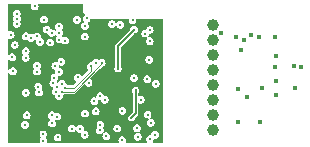
<source format=gbr>
%TF.GenerationSoftware,KiCad,Pcbnew,(7.0.0)*%
%TF.CreationDate,2023-07-05T17:24:14-07:00*%
%TF.ProjectId,Miniscope-v4-Wire-Free,4d696e69-7363-46f7-9065-2d76342d5769,rev?*%
%TF.SameCoordinates,Original*%
%TF.FileFunction,Copper,L3,Inr*%
%TF.FilePolarity,Positive*%
%FSLAX46Y46*%
G04 Gerber Fmt 4.6, Leading zero omitted, Abs format (unit mm)*
G04 Created by KiCad (PCBNEW (7.0.0)) date 2023-07-05 17:24:14*
%MOMM*%
%LPD*%
G01*
G04 APERTURE LIST*
%TA.AperFunction,ComponentPad*%
%ADD10C,1.000000*%
%TD*%
%TA.AperFunction,ViaPad*%
%ADD11C,0.304800*%
%TD*%
%TA.AperFunction,ViaPad*%
%ADD12C,0.400000*%
%TD*%
%TA.AperFunction,ViaPad*%
%ADD13C,0.254000*%
%TD*%
%TA.AperFunction,Conductor*%
%ADD14C,0.152400*%
%TD*%
%TA.AperFunction,Conductor*%
%ADD15C,0.101600*%
%TD*%
G04 APERTURE END LIST*
D10*
%TO.N,+3V3*%
%TO.C,J21*%
X97000000Y-60055000D03*
%TD*%
%TO.N,/I2C_BB_SCL*%
%TO.C,J22*%
X97000000Y-61325000D03*
%TD*%
%TO.N,/IR_REC*%
%TO.C,J24*%
X97000000Y-63865000D03*
%TD*%
%TO.N,/I_LED*%
%TO.C,J25*%
X97000000Y-65135000D03*
%TD*%
%TO.N,+1V8*%
%TO.C,J26*%
X97000000Y-66405000D03*
%TD*%
%TO.N,/nON*%
%TO.C,J27*%
X97000000Y-67675000D03*
%TD*%
%TO.N,/I2C_BB_SDA*%
%TO.C,J23*%
X97000000Y-62595000D03*
%TD*%
%TO.N,GND*%
%TO.C,J12*%
X97000000Y-68945000D03*
%TD*%
D11*
%TO.N,Net-(U1-FB1)*%
X87808100Y-66367500D03*
%TO.N,Net-(U1-FB2)*%
X90857000Y-66367500D03*
%TO.N,Net-(D2-K)*%
X82191800Y-65254200D03*
%TO.N,Net-(U1-SW1)*%
X87945402Y-69462600D03*
%TO.N,Net-(U1-SW2)*%
X90614100Y-69513400D03*
%TO.N,Net-(U6B-VSW)*%
X91615200Y-61410790D03*
%TO.N,Net-(U1-PROG)*%
X87449600Y-68480000D03*
%TO.N,GND*%
X81051000Y-68497400D03*
X83349700Y-68357700D03*
X85474133Y-59612893D03*
X81114500Y-65779600D03*
X92060200Y-69335600D03*
D12*
X99140000Y-68270000D03*
X102200000Y-63590000D03*
D11*
X83957611Y-64010396D03*
D12*
X103820000Y-63550000D03*
X100980000Y-68300000D03*
D11*
X83210000Y-61537800D03*
D12*
X102210000Y-61070000D03*
X99819400Y-66125600D03*
D11*
X81571700Y-61131400D03*
X83556203Y-64504598D03*
X86446800Y-64941400D03*
X83932200Y-66033600D03*
D12*
X99370000Y-62120000D03*
X104410000Y-63580000D03*
D11*
X86131000Y-67544900D03*
X82625800Y-69275800D03*
X85032200Y-68810200D03*
X82090200Y-63476200D03*
X91615200Y-69707000D03*
X83946500Y-60170600D03*
X88417000Y-59963000D03*
X83819600Y-69551500D03*
X81889200Y-58464400D03*
X85722400Y-68835600D03*
X81127200Y-62274400D03*
X89318700Y-67316300D03*
X90282200Y-64535000D03*
X82079700Y-63988900D03*
%TO.N,/SD_DAT2*%
X79844500Y-60890100D03*
%TO.N,/SD_DAT3*%
X80187400Y-61741000D03*
%TO.N,/SD_DAT0*%
X82067000Y-61017100D03*
%TO.N,/SD_CMD*%
X79971500Y-62769700D03*
%TO.N,/SD_CLK*%
X81130607Y-61000993D03*
%TO.N,/SD_DAT1*%
X80352500Y-59937600D03*
%TO.N,/USB_VBUS*%
X86933200Y-66502800D03*
%TO.N,/SWCLK*%
X86154200Y-60123400D03*
%TO.N,/SWDIO*%
X86116600Y-61029800D03*
%TO.N,+1V8*%
X91676198Y-62223610D03*
D12*
X100860800Y-61045600D03*
D11*
X81508200Y-68522800D03*
X81114500Y-63447200D03*
X82706100Y-60017900D03*
X91676174Y-59683600D03*
X84465600Y-66006475D03*
X84160800Y-63595200D03*
X88021597Y-68785053D03*
X82143200Y-62210900D03*
X91145275Y-68904400D03*
D12*
X102350000Y-62640000D03*
D11*
X85664425Y-60683005D03*
X87920000Y-65805000D03*
D13*
X90374400Y-61697800D03*
D11*
%TO.N,/SPI1_MOSI*%
X83451300Y-64966800D03*
%TO.N,/SPI1_MISO*%
X83787717Y-65298375D03*
%TO.N,/SDMMC1_D0*%
X82884880Y-60430360D03*
%TO.N,/SDMMC1_D1*%
X83982160Y-61273640D03*
X82675813Y-59581213D03*
%TO.N,/SDMMC1_D3*%
X80365202Y-59074000D03*
X84454600Y-61359968D03*
%TO.N,/SDMMC1_CMD*%
X80377900Y-59505800D03*
%TO.N,/SDMMC1_CK*%
X82346400Y-61461600D03*
%TO.N,+3V3*%
X83946500Y-60720600D03*
X81216100Y-67684600D03*
D12*
X99133600Y-65490600D03*
D11*
X80035000Y-63950800D03*
X81114500Y-62833200D03*
X91424700Y-64644610D03*
X83792000Y-67802000D03*
X82259295Y-65741708D03*
X83311500Y-60720600D03*
D12*
X98930400Y-61020200D03*
D11*
X83652687Y-65681699D03*
D13*
X90434600Y-65576400D03*
X90079000Y-67913200D03*
D12*
%TO.N,/EWL_1*%
X102300000Y-65990000D03*
%TO.N,/EWL_2*%
X102299996Y-64770000D03*
D11*
%TO.N,/LED_PWM*%
X91245317Y-60771100D03*
%TO.N,VDC*%
X89307600Y-69800400D03*
X82625800Y-69830900D03*
X87043200Y-67349700D03*
%TO.N,/ENT*%
X90290855Y-60437692D03*
D13*
X88936000Y-63747600D03*
D11*
%TO.N,/VDD_PIX*%
X85546000Y-64489600D03*
X83627400Y-63519002D03*
%TO.N,/VDDA*%
X89129800Y-60025800D03*
%TO.N,/RESET_N*%
X84480000Y-65346075D03*
X86614267Y-63531700D03*
%TO.N,/TRIGGER0*%
X84165513Y-65676275D03*
X87550000Y-63250000D03*
%TO.N,/MONITOR0*%
X83330000Y-67690000D03*
%TO.N,/BAT+*%
X86125873Y-69346527D03*
D12*
%TO.N,/IR_REC*%
X101110000Y-65340000D03*
D11*
%TO.N,/XIN32*%
X91628400Y-60466300D03*
%TO.N,/XOUT32*%
X90167400Y-59640800D03*
%TO.N,/VDDCORE*%
X91589800Y-62993600D03*
%TO.N,/nRESET*%
X87437400Y-66084400D03*
%TO.N,/CLK1_OUT*%
X84150000Y-63150000D03*
X87058100Y-63224392D03*
%TO.N,/ADC0*%
X90536200Y-68776800D03*
%TO.N,/PCC_DATA7*%
X84175200Y-65002360D03*
D12*
%TO.N,/I2C_BB_SDA*%
X100238009Y-60867800D03*
%TO.N,/I2C_BB_SCL*%
X99565419Y-61285419D03*
%TO.N,/I_LED*%
X103900000Y-65410000D03*
D11*
X92123196Y-65025600D03*
%TO.N,/UART_RX*%
X91704600Y-68319600D03*
%TO.N,/UART_TX*%
X91441871Y-67629458D03*
%TO.N,/SD_DET*%
X86281200Y-59488402D03*
D12*
%TO.N,/nON*%
X97700000Y-60740000D03*
D11*
%TO.N,/nCHRG*%
X88872000Y-68810200D03*
X87398800Y-68962600D03*
%TD*%
D14*
%TO.N,+3V3*%
X90434600Y-65576400D02*
X90434600Y-67532200D01*
X90434600Y-67532200D02*
X90079000Y-67887800D01*
%TO.N,/ENT*%
X88936000Y-61792547D02*
X88936000Y-63747600D01*
X90290855Y-60437692D02*
X88936000Y-61792547D01*
D15*
%TO.N,/RESET_N*%
X86614267Y-63910333D02*
X85178525Y-65346075D01*
X85178525Y-65346075D02*
X84480000Y-65346075D01*
X86614267Y-63531700D02*
X86614267Y-63910333D01*
%TO.N,/TRIGGER0*%
X84165513Y-65676275D02*
X85176525Y-65676275D01*
X85176525Y-65676275D02*
X87550000Y-63302800D01*
X87550000Y-63302800D02*
X87550000Y-63250000D01*
D14*
%TO.N,/IR_REC*%
X97202810Y-63831800D02*
X97202810Y-63865000D01*
%TD*%
%TA.AperFunction,Conductor*%
%TO.N,+1V8*%
G36*
X81581498Y-58261651D02*
G01*
X81598531Y-58291153D01*
X81592615Y-58324698D01*
X81585370Y-58337247D01*
X81579643Y-58347166D01*
X81579641Y-58347169D01*
X81577466Y-58350938D01*
X81557460Y-58464400D01*
X81577466Y-58577862D01*
X81635072Y-58677638D01*
X81638404Y-58680434D01*
X81638406Y-58680436D01*
X81643905Y-58685050D01*
X81723330Y-58751695D01*
X81831594Y-58791100D01*
X81942447Y-58791100D01*
X81946806Y-58791100D01*
X82055070Y-58751695D01*
X82143328Y-58677638D01*
X82200934Y-58577862D01*
X82220940Y-58464400D01*
X82200934Y-58350938D01*
X82185784Y-58324698D01*
X82179869Y-58291153D01*
X82196902Y-58261651D01*
X82228913Y-58250000D01*
X85950200Y-58250000D01*
X85985414Y-58264586D01*
X86000000Y-58299800D01*
X86000000Y-59000000D01*
X86007004Y-59007004D01*
X86124372Y-59124372D01*
X86138201Y-59150937D01*
X86134294Y-59180629D01*
X86115633Y-59200996D01*
X86115330Y-59201107D01*
X86112000Y-59203900D01*
X86111995Y-59203904D01*
X86030406Y-59272365D01*
X86030401Y-59272369D01*
X86027072Y-59275164D01*
X86024896Y-59278932D01*
X86024895Y-59278934D01*
X85971645Y-59371165D01*
X85971644Y-59371167D01*
X85969466Y-59374940D01*
X85968709Y-59379230D01*
X85968709Y-59379232D01*
X85953767Y-59463976D01*
X85949460Y-59488402D01*
X85969466Y-59601864D01*
X86027072Y-59701640D01*
X86030404Y-59704436D01*
X86030406Y-59704438D01*
X86061043Y-59730145D01*
X86078075Y-59759646D01*
X86072160Y-59793194D01*
X86046065Y-59815091D01*
X85992424Y-59834614D01*
X85992419Y-59834616D01*
X85988330Y-59836105D01*
X85984993Y-59838904D01*
X85984991Y-59838906D01*
X85903406Y-59907363D01*
X85903401Y-59907367D01*
X85900072Y-59910162D01*
X85897896Y-59913930D01*
X85897895Y-59913932D01*
X85844645Y-60006163D01*
X85844644Y-60006165D01*
X85842466Y-60009938D01*
X85841709Y-60014228D01*
X85841709Y-60014230D01*
X85833387Y-60061430D01*
X85822460Y-60123400D01*
X85842466Y-60236862D01*
X85900072Y-60336638D01*
X85903404Y-60339434D01*
X85903406Y-60339436D01*
X85924493Y-60357130D01*
X85988330Y-60410695D01*
X86096594Y-60450100D01*
X86207447Y-60450100D01*
X86211806Y-60450100D01*
X86320070Y-60410695D01*
X86408328Y-60336638D01*
X86465934Y-60236862D01*
X86485940Y-60123400D01*
X86465934Y-60009938D01*
X86438834Y-59963000D01*
X88085260Y-59963000D01*
X88086017Y-59967293D01*
X88102615Y-60061430D01*
X88105266Y-60076462D01*
X88162872Y-60176238D01*
X88166204Y-60179034D01*
X88166206Y-60179036D01*
X88208260Y-60214323D01*
X88251130Y-60250295D01*
X88359394Y-60289700D01*
X88470247Y-60289700D01*
X88474606Y-60289700D01*
X88582870Y-60250295D01*
X88671128Y-60176238D01*
X88720273Y-60091115D01*
X88742352Y-60070884D01*
X88772046Y-60066974D01*
X88798612Y-60080804D01*
X88812442Y-60107369D01*
X88813081Y-60110992D01*
X88818066Y-60139262D01*
X88875672Y-60239038D01*
X88879004Y-60241834D01*
X88879006Y-60241836D01*
X88890863Y-60251785D01*
X88963930Y-60313095D01*
X89072194Y-60352500D01*
X89183047Y-60352500D01*
X89187406Y-60352500D01*
X89295670Y-60313095D01*
X89383928Y-60239038D01*
X89441534Y-60139262D01*
X89461540Y-60025800D01*
X89441534Y-59912338D01*
X89383928Y-59812562D01*
X89380594Y-59809765D01*
X89380593Y-59809763D01*
X89299008Y-59741306D01*
X89295670Y-59738505D01*
X89291577Y-59737015D01*
X89291575Y-59737014D01*
X89191501Y-59700590D01*
X89191498Y-59700589D01*
X89187406Y-59699100D01*
X89072194Y-59699100D01*
X89068102Y-59700589D01*
X89068098Y-59700590D01*
X88968024Y-59737014D01*
X88968019Y-59737016D01*
X88963930Y-59738505D01*
X88960593Y-59741304D01*
X88960591Y-59741306D01*
X88879006Y-59809763D01*
X88879001Y-59809767D01*
X88875672Y-59812562D01*
X88873498Y-59816326D01*
X88873494Y-59816332D01*
X88826528Y-59897681D01*
X88804446Y-59917915D01*
X88774752Y-59921824D01*
X88748186Y-59907995D01*
X88734357Y-59881428D01*
X88729491Y-59853831D01*
X88729490Y-59853830D01*
X88728734Y-59849538D01*
X88671128Y-59749762D01*
X88667794Y-59746965D01*
X88667793Y-59746963D01*
X88586208Y-59678506D01*
X88582870Y-59675705D01*
X88578777Y-59674215D01*
X88578775Y-59674214D01*
X88478701Y-59637790D01*
X88478698Y-59637789D01*
X88474606Y-59636300D01*
X88359394Y-59636300D01*
X88355302Y-59637789D01*
X88355298Y-59637790D01*
X88255224Y-59674214D01*
X88255219Y-59674216D01*
X88251130Y-59675705D01*
X88247793Y-59678504D01*
X88247791Y-59678506D01*
X88166206Y-59746963D01*
X88166201Y-59746967D01*
X88162872Y-59749762D01*
X88160696Y-59753530D01*
X88160695Y-59753532D01*
X88107445Y-59845763D01*
X88107444Y-59845765D01*
X88105266Y-59849538D01*
X88104509Y-59853828D01*
X88104509Y-59853830D01*
X88092520Y-59921824D01*
X88085260Y-59963000D01*
X86438834Y-59963000D01*
X86408328Y-59910162D01*
X86404994Y-59907365D01*
X86404993Y-59907363D01*
X86374356Y-59881656D01*
X86357324Y-59852154D01*
X86363239Y-59818606D01*
X86389333Y-59796711D01*
X86447070Y-59775697D01*
X86535328Y-59701640D01*
X86592934Y-59601864D01*
X86603638Y-59541152D01*
X86620671Y-59511651D01*
X86652682Y-59500000D01*
X89801138Y-59500000D01*
X89828504Y-59508193D01*
X89846865Y-59530075D01*
X89850180Y-59558446D01*
X89835660Y-59640800D01*
X89836417Y-59645093D01*
X89849412Y-59718796D01*
X89855666Y-59754262D01*
X89913272Y-59854038D01*
X89916604Y-59856834D01*
X89916606Y-59856836D01*
X89932292Y-59869998D01*
X90001530Y-59928095D01*
X90109794Y-59967500D01*
X90220647Y-59967500D01*
X90225006Y-59967500D01*
X90333270Y-59928095D01*
X90421528Y-59854038D01*
X90479134Y-59754262D01*
X90499140Y-59640800D01*
X90484619Y-59558446D01*
X90487935Y-59530075D01*
X90506296Y-59508193D01*
X90533662Y-59500000D01*
X92700200Y-59500000D01*
X92735414Y-59514586D01*
X92750000Y-59549800D01*
X92750000Y-69950200D01*
X92735414Y-69985414D01*
X92700200Y-70000000D01*
X91908209Y-70000000D01*
X91874035Y-69986424D01*
X91858493Y-69953098D01*
X91869371Y-69920263D01*
X91869328Y-69920238D01*
X91869327Y-69920238D01*
X91926934Y-69820462D01*
X91946940Y-69707000D01*
X91947339Y-69707070D01*
X91954376Y-69683568D01*
X91976260Y-69665206D01*
X92002238Y-69662170D01*
X92002594Y-69662300D01*
X92113447Y-69662300D01*
X92117806Y-69662300D01*
X92226070Y-69622895D01*
X92314328Y-69548838D01*
X92371934Y-69449062D01*
X92391940Y-69335600D01*
X92371934Y-69222138D01*
X92314328Y-69122362D01*
X92310994Y-69119565D01*
X92310993Y-69119563D01*
X92229408Y-69051106D01*
X92226070Y-69048305D01*
X92221977Y-69046815D01*
X92221975Y-69046814D01*
X92121901Y-69010390D01*
X92121898Y-69010389D01*
X92117806Y-69008900D01*
X92002594Y-69008900D01*
X91998502Y-69010389D01*
X91998498Y-69010390D01*
X91898424Y-69046814D01*
X91898419Y-69046816D01*
X91894330Y-69048305D01*
X91890993Y-69051104D01*
X91890991Y-69051106D01*
X91809406Y-69119563D01*
X91809401Y-69119567D01*
X91806072Y-69122362D01*
X91803896Y-69126130D01*
X91803895Y-69126132D01*
X91750645Y-69218363D01*
X91750644Y-69218365D01*
X91748466Y-69222138D01*
X91747709Y-69226428D01*
X91747709Y-69226430D01*
X91734709Y-69300162D01*
X91729060Y-69332194D01*
X91729060Y-69332196D01*
X91728460Y-69335600D01*
X91728061Y-69335529D01*
X91721020Y-69359035D01*
X91699140Y-69377393D01*
X91673162Y-69380429D01*
X91672806Y-69380300D01*
X91557594Y-69380300D01*
X91553502Y-69381789D01*
X91553498Y-69381790D01*
X91453424Y-69418214D01*
X91453419Y-69418216D01*
X91449330Y-69419705D01*
X91445993Y-69422504D01*
X91445991Y-69422506D01*
X91364406Y-69490963D01*
X91364401Y-69490967D01*
X91361072Y-69493762D01*
X91358896Y-69497530D01*
X91358895Y-69497532D01*
X91305645Y-69589763D01*
X91305644Y-69589765D01*
X91303466Y-69593538D01*
X91302709Y-69597828D01*
X91302709Y-69597830D01*
X91289415Y-69673227D01*
X91283460Y-69707000D01*
X91286057Y-69721730D01*
X91297708Y-69787809D01*
X91303466Y-69820462D01*
X91360949Y-69920026D01*
X91360950Y-69920027D01*
X91361072Y-69920238D01*
X91361028Y-69920263D01*
X91371907Y-69953098D01*
X91356365Y-69986424D01*
X91322191Y-70000000D01*
X89655858Y-70000000D01*
X89623847Y-69988349D01*
X89606814Y-69958847D01*
X89612729Y-69925301D01*
X89619334Y-69913862D01*
X89639340Y-69800400D01*
X89619334Y-69686938D01*
X89561728Y-69587162D01*
X89558394Y-69584365D01*
X89558393Y-69584363D01*
X89476808Y-69515906D01*
X89473470Y-69513105D01*
X89469377Y-69511615D01*
X89469375Y-69511614D01*
X89369301Y-69475190D01*
X89369298Y-69475189D01*
X89365206Y-69473700D01*
X89249994Y-69473700D01*
X89245902Y-69475189D01*
X89245898Y-69475190D01*
X89145824Y-69511614D01*
X89145819Y-69511616D01*
X89141730Y-69513105D01*
X89138393Y-69515904D01*
X89138391Y-69515906D01*
X89056806Y-69584363D01*
X89056801Y-69584367D01*
X89053472Y-69587162D01*
X89051296Y-69590930D01*
X89051295Y-69590932D01*
X88998045Y-69683163D01*
X88998044Y-69683165D01*
X88995866Y-69686938D01*
X88995109Y-69691228D01*
X88995109Y-69691230D01*
X88985259Y-69747093D01*
X88975860Y-69800400D01*
X88995866Y-69913862D01*
X89002470Y-69925301D01*
X89008386Y-69958847D01*
X88991353Y-69988349D01*
X88959342Y-70000000D01*
X82987072Y-70000000D01*
X82959706Y-69991807D01*
X82941345Y-69969925D01*
X82938029Y-69941552D01*
X82941788Y-69920238D01*
X82957540Y-69830900D01*
X82937534Y-69717438D01*
X82879928Y-69617662D01*
X82848746Y-69591498D01*
X82833050Y-69567633D01*
X82833050Y-69551500D01*
X83487860Y-69551500D01*
X83507866Y-69664962D01*
X83565472Y-69764738D01*
X83568804Y-69767534D01*
X83568806Y-69767536D01*
X83592967Y-69787809D01*
X83653730Y-69838795D01*
X83761994Y-69878200D01*
X83872847Y-69878200D01*
X83877206Y-69878200D01*
X83985470Y-69838795D01*
X84073728Y-69764738D01*
X84131334Y-69664962D01*
X84151340Y-69551500D01*
X84131334Y-69438038D01*
X84073728Y-69338262D01*
X84070394Y-69335465D01*
X84070393Y-69335463D01*
X83988808Y-69267006D01*
X83985470Y-69264205D01*
X83981377Y-69262715D01*
X83981375Y-69262714D01*
X83881301Y-69226290D01*
X83881298Y-69226289D01*
X83877206Y-69224800D01*
X83761994Y-69224800D01*
X83757902Y-69226289D01*
X83757898Y-69226290D01*
X83657824Y-69262714D01*
X83657819Y-69262716D01*
X83653730Y-69264205D01*
X83650393Y-69267004D01*
X83650391Y-69267006D01*
X83568806Y-69335463D01*
X83568801Y-69335467D01*
X83565472Y-69338262D01*
X83563296Y-69342030D01*
X83563295Y-69342032D01*
X83510045Y-69434263D01*
X83510044Y-69434265D01*
X83507866Y-69438038D01*
X83507109Y-69442328D01*
X83507109Y-69442330D01*
X83497376Y-69497532D01*
X83487860Y-69551500D01*
X82833050Y-69551500D01*
X82833050Y-69539067D01*
X82848746Y-69515201D01*
X82879928Y-69489038D01*
X82937534Y-69389262D01*
X82957540Y-69275800D01*
X82937534Y-69162338D01*
X82879928Y-69062562D01*
X82876594Y-69059765D01*
X82876593Y-69059763D01*
X82805973Y-69000506D01*
X82791670Y-68988505D01*
X82787577Y-68987015D01*
X82787575Y-68987014D01*
X82687501Y-68950590D01*
X82687498Y-68950589D01*
X82683406Y-68949100D01*
X82568194Y-68949100D01*
X82564102Y-68950589D01*
X82564098Y-68950590D01*
X82464024Y-68987014D01*
X82464019Y-68987016D01*
X82459930Y-68988505D01*
X82456593Y-68991304D01*
X82456591Y-68991306D01*
X82375006Y-69059763D01*
X82375001Y-69059767D01*
X82371672Y-69062562D01*
X82369496Y-69066330D01*
X82369495Y-69066332D01*
X82316245Y-69158563D01*
X82316244Y-69158565D01*
X82314066Y-69162338D01*
X82313309Y-69166628D01*
X82313309Y-69166630D01*
X82302288Y-69229133D01*
X82294060Y-69275800D01*
X82296375Y-69288927D01*
X82312748Y-69381790D01*
X82314066Y-69389262D01*
X82371672Y-69489038D01*
X82375007Y-69491836D01*
X82402851Y-69515201D01*
X82418548Y-69539067D01*
X82418548Y-69567633D01*
X82402851Y-69591499D01*
X82375007Y-69614863D01*
X82375005Y-69614865D01*
X82371672Y-69617662D01*
X82369496Y-69621430D01*
X82369495Y-69621432D01*
X82316245Y-69713663D01*
X82316244Y-69713665D01*
X82314066Y-69717438D01*
X82313309Y-69721728D01*
X82313309Y-69721730D01*
X82301658Y-69787809D01*
X82294060Y-69830900D01*
X82309812Y-69920238D01*
X82313571Y-69941552D01*
X82310255Y-69969925D01*
X82291894Y-69991807D01*
X82264528Y-70000000D01*
X79699800Y-70000000D01*
X79664586Y-69985414D01*
X79650000Y-69950200D01*
X79650000Y-68497400D01*
X80719260Y-68497400D01*
X80739266Y-68610862D01*
X80796872Y-68710638D01*
X80800204Y-68713434D01*
X80800206Y-68713436D01*
X80801386Y-68714426D01*
X80885130Y-68784695D01*
X80993394Y-68824100D01*
X81104247Y-68824100D01*
X81108606Y-68824100D01*
X81146796Y-68810200D01*
X84700460Y-68810200D01*
X84720466Y-68923662D01*
X84778072Y-69023438D01*
X84781404Y-69026234D01*
X84781406Y-69026236D01*
X84823186Y-69061293D01*
X84866330Y-69097495D01*
X84974594Y-69136900D01*
X85085447Y-69136900D01*
X85089806Y-69136900D01*
X85198070Y-69097495D01*
X85286328Y-69023438D01*
X85326840Y-68953268D01*
X85352934Y-68931373D01*
X85386999Y-68931373D01*
X85413095Y-68953270D01*
X85466094Y-69045067D01*
X85466096Y-69045070D01*
X85468272Y-69048838D01*
X85471604Y-69051634D01*
X85471606Y-69051636D01*
X85495600Y-69071769D01*
X85556530Y-69122895D01*
X85664794Y-69162300D01*
X85669153Y-69162300D01*
X85769579Y-69162300D01*
X85799317Y-69172154D01*
X85817287Y-69197817D01*
X85816376Y-69229133D01*
X85816319Y-69229288D01*
X85814139Y-69233065D01*
X85813382Y-69237354D01*
X85813381Y-69237359D01*
X85802308Y-69300162D01*
X85794133Y-69346527D01*
X85794890Y-69350820D01*
X85810268Y-69438038D01*
X85814139Y-69459989D01*
X85871745Y-69559765D01*
X85875077Y-69562561D01*
X85875079Y-69562563D01*
X85909564Y-69591499D01*
X85960003Y-69633822D01*
X86068267Y-69673227D01*
X86179120Y-69673227D01*
X86183479Y-69673227D01*
X86291743Y-69633822D01*
X86380001Y-69559765D01*
X86437607Y-69459989D01*
X86457613Y-69346527D01*
X86437607Y-69233065D01*
X86380001Y-69133289D01*
X86376667Y-69130492D01*
X86376666Y-69130490D01*
X86299314Y-69065585D01*
X86291743Y-69059232D01*
X86287650Y-69057742D01*
X86287648Y-69057741D01*
X86187574Y-69021317D01*
X86187571Y-69021316D01*
X86183479Y-69019827D01*
X86078694Y-69019827D01*
X86048956Y-69009973D01*
X86030986Y-68984310D01*
X86031618Y-68962600D01*
X87067060Y-68962600D01*
X87087066Y-69076062D01*
X87144672Y-69175838D01*
X87148004Y-69178634D01*
X87148006Y-69178636D01*
X87172658Y-69199321D01*
X87232930Y-69249895D01*
X87341194Y-69289300D01*
X87452047Y-69289300D01*
X87456406Y-69289300D01*
X87564670Y-69249895D01*
X87593292Y-69225878D01*
X87625301Y-69214227D01*
X87657312Y-69225877D01*
X87674345Y-69255379D01*
X87668430Y-69288927D01*
X87635847Y-69345363D01*
X87635846Y-69345365D01*
X87633668Y-69349138D01*
X87632911Y-69353428D01*
X87632911Y-69353430D01*
X87618658Y-69434263D01*
X87613662Y-69462600D01*
X87633668Y-69576062D01*
X87691274Y-69675838D01*
X87694606Y-69678634D01*
X87694608Y-69678636D01*
X87728495Y-69707070D01*
X87779532Y-69749895D01*
X87887796Y-69789300D01*
X87998649Y-69789300D01*
X88003008Y-69789300D01*
X88111272Y-69749895D01*
X88199530Y-69675838D01*
X88257136Y-69576062D01*
X88277142Y-69462600D01*
X88257136Y-69349138D01*
X88199530Y-69249362D01*
X88196196Y-69246565D01*
X88196195Y-69246563D01*
X88114610Y-69178106D01*
X88111272Y-69175305D01*
X88107179Y-69173815D01*
X88107177Y-69173814D01*
X88007103Y-69137390D01*
X88007100Y-69137389D01*
X88003008Y-69135900D01*
X87887796Y-69135900D01*
X87883704Y-69137389D01*
X87883700Y-69137390D01*
X87783626Y-69173814D01*
X87783621Y-69173816D01*
X87779532Y-69175305D01*
X87776197Y-69178103D01*
X87776189Y-69178108D01*
X87750909Y-69199321D01*
X87718898Y-69210972D01*
X87686888Y-69199321D01*
X87669855Y-69169819D01*
X87675770Y-69136273D01*
X87710534Y-69076062D01*
X87730540Y-68962600D01*
X87710534Y-68849138D01*
X87708355Y-68845365D01*
X87708355Y-68845363D01*
X87688053Y-68810200D01*
X88540260Y-68810200D01*
X88560266Y-68923662D01*
X88617872Y-69023438D01*
X88621204Y-69026234D01*
X88621206Y-69026236D01*
X88662986Y-69061293D01*
X88706130Y-69097495D01*
X88814394Y-69136900D01*
X88925247Y-69136900D01*
X88929606Y-69136900D01*
X89037870Y-69097495D01*
X89126128Y-69023438D01*
X89183734Y-68923662D01*
X89203740Y-68810200D01*
X89197851Y-68776800D01*
X90204460Y-68776800D01*
X90224466Y-68890262D01*
X90282072Y-68990038D01*
X90285404Y-68992834D01*
X90285406Y-68992836D01*
X90317573Y-69019827D01*
X90370330Y-69064095D01*
X90478594Y-69103500D01*
X90482953Y-69103500D01*
X90502653Y-69103500D01*
X90534664Y-69115151D01*
X90551696Y-69144652D01*
X90545781Y-69178200D01*
X90519686Y-69200097D01*
X90452324Y-69224614D01*
X90452319Y-69224616D01*
X90448230Y-69226105D01*
X90444893Y-69228904D01*
X90444891Y-69228906D01*
X90363306Y-69297363D01*
X90363301Y-69297367D01*
X90359972Y-69300162D01*
X90357796Y-69303930D01*
X90357795Y-69303932D01*
X90304545Y-69396163D01*
X90304544Y-69396165D01*
X90302366Y-69399938D01*
X90301609Y-69404228D01*
X90301609Y-69404230D01*
X90286656Y-69489038D01*
X90282360Y-69513400D01*
X90302366Y-69626862D01*
X90359972Y-69726638D01*
X90363304Y-69729434D01*
X90363306Y-69729436D01*
X90415370Y-69773122D01*
X90448230Y-69800695D01*
X90556494Y-69840100D01*
X90667347Y-69840100D01*
X90671706Y-69840100D01*
X90779970Y-69800695D01*
X90868228Y-69726638D01*
X90925834Y-69626862D01*
X90945840Y-69513400D01*
X90925834Y-69399938D01*
X90868228Y-69300162D01*
X90864894Y-69297365D01*
X90864893Y-69297363D01*
X90783308Y-69228906D01*
X90779970Y-69226105D01*
X90775877Y-69224615D01*
X90775875Y-69224614D01*
X90675801Y-69188190D01*
X90675798Y-69188189D01*
X90671706Y-69186700D01*
X90647647Y-69186700D01*
X90615636Y-69175049D01*
X90598604Y-69145548D01*
X90604519Y-69112000D01*
X90630614Y-69090103D01*
X90658822Y-69079836D01*
X90702070Y-69064095D01*
X90790328Y-68990038D01*
X90847934Y-68890262D01*
X90867940Y-68776800D01*
X90847934Y-68663338D01*
X90790328Y-68563562D01*
X90786994Y-68560765D01*
X90786993Y-68560763D01*
X90705408Y-68492306D01*
X90702070Y-68489505D01*
X90697977Y-68488015D01*
X90697975Y-68488014D01*
X90597901Y-68451590D01*
X90597898Y-68451589D01*
X90593806Y-68450100D01*
X90478594Y-68450100D01*
X90474502Y-68451589D01*
X90474498Y-68451590D01*
X90374424Y-68488014D01*
X90374419Y-68488016D01*
X90370330Y-68489505D01*
X90366993Y-68492304D01*
X90366991Y-68492306D01*
X90285406Y-68560763D01*
X90285401Y-68560767D01*
X90282072Y-68563562D01*
X90279896Y-68567330D01*
X90279895Y-68567332D01*
X90226645Y-68659563D01*
X90226644Y-68659565D01*
X90224466Y-68663338D01*
X90223709Y-68667628D01*
X90223709Y-68667630D01*
X90215458Y-68714426D01*
X90204460Y-68776800D01*
X89197851Y-68776800D01*
X89183734Y-68696738D01*
X89126128Y-68596962D01*
X89122794Y-68594165D01*
X89122793Y-68594163D01*
X89041208Y-68525706D01*
X89037870Y-68522905D01*
X89033777Y-68521415D01*
X89033775Y-68521414D01*
X88933701Y-68484990D01*
X88933698Y-68484989D01*
X88929606Y-68483500D01*
X88814394Y-68483500D01*
X88810302Y-68484989D01*
X88810298Y-68484990D01*
X88710224Y-68521414D01*
X88710219Y-68521416D01*
X88706130Y-68522905D01*
X88702793Y-68525704D01*
X88702791Y-68525706D01*
X88621206Y-68594163D01*
X88621201Y-68594167D01*
X88617872Y-68596962D01*
X88615696Y-68600730D01*
X88615695Y-68600732D01*
X88562445Y-68692963D01*
X88562444Y-68692965D01*
X88560266Y-68696738D01*
X88559509Y-68701028D01*
X88559509Y-68701030D01*
X88554544Y-68729189D01*
X88540260Y-68810200D01*
X87688053Y-68810200D01*
X87674188Y-68786185D01*
X87668570Y-68776456D01*
X87662656Y-68742909D01*
X87679687Y-68713410D01*
X87703728Y-68693238D01*
X87761334Y-68593462D01*
X87781340Y-68480000D01*
X87761334Y-68366538D01*
X87703728Y-68266762D01*
X87700394Y-68263965D01*
X87700393Y-68263963D01*
X87618808Y-68195506D01*
X87615470Y-68192705D01*
X87611377Y-68191215D01*
X87611375Y-68191214D01*
X87511301Y-68154790D01*
X87511298Y-68154789D01*
X87507206Y-68153300D01*
X87391994Y-68153300D01*
X87387902Y-68154789D01*
X87387898Y-68154790D01*
X87287824Y-68191214D01*
X87287819Y-68191216D01*
X87283730Y-68192705D01*
X87280393Y-68195504D01*
X87280391Y-68195506D01*
X87198806Y-68263963D01*
X87198801Y-68263967D01*
X87195472Y-68266762D01*
X87193296Y-68270530D01*
X87193295Y-68270532D01*
X87140045Y-68362763D01*
X87140044Y-68362765D01*
X87137866Y-68366538D01*
X87137109Y-68370828D01*
X87137109Y-68370830D01*
X87134798Y-68383938D01*
X87117860Y-68480000D01*
X87137866Y-68593462D01*
X87140045Y-68597236D01*
X87179827Y-68666141D01*
X87185743Y-68699688D01*
X87168711Y-68729189D01*
X87148007Y-68746562D01*
X87148002Y-68746567D01*
X87144672Y-68749362D01*
X87142496Y-68753130D01*
X87142495Y-68753132D01*
X87089245Y-68845363D01*
X87089244Y-68845365D01*
X87087066Y-68849138D01*
X87067060Y-68962600D01*
X86031618Y-68962600D01*
X86031897Y-68952994D01*
X86031953Y-68952838D01*
X86034134Y-68949062D01*
X86054140Y-68835600D01*
X86034134Y-68722138D01*
X85976528Y-68622362D01*
X85973194Y-68619565D01*
X85973193Y-68619563D01*
X85891608Y-68551106D01*
X85888270Y-68548305D01*
X85884177Y-68546815D01*
X85884175Y-68546814D01*
X85784101Y-68510390D01*
X85784098Y-68510389D01*
X85780006Y-68508900D01*
X85664794Y-68508900D01*
X85660702Y-68510389D01*
X85660698Y-68510390D01*
X85560624Y-68546814D01*
X85560619Y-68546816D01*
X85556530Y-68548305D01*
X85553193Y-68551104D01*
X85553191Y-68551106D01*
X85471606Y-68619563D01*
X85471601Y-68619567D01*
X85468272Y-68622362D01*
X85466098Y-68626126D01*
X85466094Y-68626132D01*
X85427760Y-68692529D01*
X85401664Y-68714426D01*
X85367599Y-68714426D01*
X85341504Y-68692529D01*
X85314060Y-68644995D01*
X85286328Y-68596962D01*
X85282994Y-68594165D01*
X85282993Y-68594163D01*
X85201408Y-68525706D01*
X85198070Y-68522905D01*
X85193977Y-68521415D01*
X85193975Y-68521414D01*
X85093901Y-68484990D01*
X85093898Y-68484989D01*
X85089806Y-68483500D01*
X84974594Y-68483500D01*
X84970502Y-68484989D01*
X84970498Y-68484990D01*
X84870424Y-68521414D01*
X84870419Y-68521416D01*
X84866330Y-68522905D01*
X84862993Y-68525704D01*
X84862991Y-68525706D01*
X84781406Y-68594163D01*
X84781401Y-68594167D01*
X84778072Y-68596962D01*
X84775896Y-68600730D01*
X84775895Y-68600732D01*
X84722645Y-68692963D01*
X84722644Y-68692965D01*
X84720466Y-68696738D01*
X84719709Y-68701028D01*
X84719709Y-68701030D01*
X84714744Y-68729189D01*
X84700460Y-68810200D01*
X81146796Y-68810200D01*
X81216870Y-68784695D01*
X81305128Y-68710638D01*
X81362734Y-68610862D01*
X81382740Y-68497400D01*
X81362734Y-68383938D01*
X81305128Y-68284162D01*
X81301794Y-68281365D01*
X81301793Y-68281363D01*
X81220208Y-68212906D01*
X81216870Y-68210105D01*
X81212777Y-68208615D01*
X81212775Y-68208614D01*
X81112701Y-68172190D01*
X81112698Y-68172189D01*
X81108606Y-68170700D01*
X80993394Y-68170700D01*
X80989302Y-68172189D01*
X80989298Y-68172190D01*
X80889224Y-68208614D01*
X80889219Y-68208616D01*
X80885130Y-68210105D01*
X80881793Y-68212904D01*
X80881791Y-68212906D01*
X80800206Y-68281363D01*
X80800201Y-68281367D01*
X80796872Y-68284162D01*
X80794696Y-68287930D01*
X80794695Y-68287932D01*
X80741445Y-68380163D01*
X80741444Y-68380165D01*
X80739266Y-68383938D01*
X80719260Y-68497400D01*
X79650000Y-68497400D01*
X79650000Y-67684600D01*
X80884360Y-67684600D01*
X80904366Y-67798062D01*
X80961972Y-67897838D01*
X80965304Y-67900634D01*
X80965306Y-67900636D01*
X80987473Y-67919236D01*
X81050230Y-67971895D01*
X81158494Y-68011300D01*
X81269347Y-68011300D01*
X81273706Y-68011300D01*
X81381970Y-67971895D01*
X81470228Y-67897838D01*
X81527834Y-67798062D01*
X81546888Y-67690000D01*
X82998260Y-67690000D01*
X83018266Y-67803462D01*
X83075872Y-67903238D01*
X83079204Y-67906034D01*
X83079206Y-67906036D01*
X83108017Y-67930211D01*
X83164130Y-67977295D01*
X83171091Y-67979828D01*
X83175696Y-67981505D01*
X83203166Y-68005949D01*
X83206375Y-68042579D01*
X83184600Y-68070124D01*
X83183830Y-68070405D01*
X83180500Y-68073198D01*
X83180495Y-68073202D01*
X83098906Y-68141663D01*
X83098901Y-68141667D01*
X83095572Y-68144462D01*
X83093396Y-68148230D01*
X83093395Y-68148232D01*
X83040145Y-68240463D01*
X83040144Y-68240465D01*
X83037966Y-68244238D01*
X83017960Y-68357700D01*
X83037966Y-68471162D01*
X83095572Y-68570938D01*
X83098904Y-68573734D01*
X83098906Y-68573736D01*
X83138424Y-68606895D01*
X83183830Y-68644995D01*
X83292094Y-68684400D01*
X83402947Y-68684400D01*
X83407306Y-68684400D01*
X83515570Y-68644995D01*
X83603828Y-68570938D01*
X83661434Y-68471162D01*
X83681440Y-68357700D01*
X83661434Y-68244238D01*
X83625981Y-68182832D01*
X83619499Y-68153595D01*
X83630961Y-68125924D01*
X83656221Y-68109832D01*
X83686142Y-68111137D01*
X83734394Y-68128700D01*
X83845247Y-68128700D01*
X83849606Y-68128700D01*
X83957870Y-68089295D01*
X84046128Y-68015238D01*
X84103734Y-67915462D01*
X84104133Y-67913200D01*
X89773052Y-67913200D01*
X89791503Y-68017840D01*
X89844630Y-68109860D01*
X89847962Y-68112656D01*
X89847964Y-68112658D01*
X89885867Y-68144462D01*
X89926026Y-68178159D01*
X89930117Y-68179648D01*
X89930119Y-68179649D01*
X89965991Y-68192705D01*
X90025873Y-68214500D01*
X90127768Y-68214500D01*
X90132127Y-68214500D01*
X90231974Y-68178159D01*
X90313370Y-68109860D01*
X90366497Y-68017840D01*
X90383795Y-67919736D01*
X90397622Y-67893172D01*
X90591455Y-67699339D01*
X90593288Y-67697599D01*
X90624086Y-67669870D01*
X90634967Y-67645428D01*
X90638691Y-67638570D01*
X90644609Y-67629458D01*
X91110131Y-67629458D01*
X91130137Y-67742920D01*
X91187743Y-67842696D01*
X91191075Y-67845492D01*
X91191077Y-67845494D01*
X91243141Y-67889180D01*
X91276001Y-67916753D01*
X91384265Y-67956158D01*
X91388624Y-67956158D01*
X91492654Y-67956158D01*
X91521218Y-67965164D01*
X91539451Y-67988925D01*
X91540757Y-68018847D01*
X91524665Y-68044107D01*
X91453806Y-68103563D01*
X91453801Y-68103567D01*
X91450472Y-68106362D01*
X91448296Y-68110130D01*
X91448295Y-68110132D01*
X91395045Y-68202363D01*
X91395044Y-68202365D01*
X91392866Y-68206138D01*
X91392109Y-68210428D01*
X91392109Y-68210430D01*
X91381512Y-68270532D01*
X91372860Y-68319600D01*
X91392866Y-68433062D01*
X91450472Y-68532838D01*
X91453804Y-68535634D01*
X91453806Y-68535636D01*
X91505870Y-68579322D01*
X91538730Y-68606895D01*
X91646994Y-68646300D01*
X91757847Y-68646300D01*
X91762206Y-68646300D01*
X91870470Y-68606895D01*
X91958728Y-68532838D01*
X92016334Y-68433062D01*
X92036340Y-68319600D01*
X92016334Y-68206138D01*
X91958728Y-68106362D01*
X91955394Y-68103565D01*
X91955393Y-68103563D01*
X91873808Y-68035106D01*
X91870470Y-68032305D01*
X91866377Y-68030815D01*
X91866375Y-68030814D01*
X91766301Y-67994390D01*
X91766298Y-67994389D01*
X91762206Y-67992900D01*
X91653817Y-67992900D01*
X91625253Y-67983894D01*
X91607020Y-67960133D01*
X91605714Y-67930211D01*
X91621806Y-67904951D01*
X91695999Y-67842696D01*
X91753605Y-67742920D01*
X91773611Y-67629458D01*
X91753605Y-67515996D01*
X91695999Y-67416220D01*
X91692665Y-67413423D01*
X91692664Y-67413421D01*
X91611079Y-67344964D01*
X91607741Y-67342163D01*
X91603648Y-67340673D01*
X91603646Y-67340672D01*
X91503572Y-67304248D01*
X91503569Y-67304247D01*
X91499477Y-67302758D01*
X91384265Y-67302758D01*
X91380173Y-67304247D01*
X91380169Y-67304248D01*
X91280095Y-67340672D01*
X91280090Y-67340674D01*
X91276001Y-67342163D01*
X91272664Y-67344962D01*
X91272662Y-67344964D01*
X91191077Y-67413421D01*
X91191072Y-67413425D01*
X91187743Y-67416220D01*
X91185567Y-67419988D01*
X91185566Y-67419990D01*
X91132316Y-67512221D01*
X91132315Y-67512223D01*
X91130137Y-67515996D01*
X91129380Y-67520286D01*
X91129380Y-67520288D01*
X91124101Y-67550229D01*
X91110131Y-67629458D01*
X90644609Y-67629458D01*
X90653261Y-67616137D01*
X90655134Y-67604302D01*
X90658825Y-67591842D01*
X90663700Y-67580897D01*
X90663700Y-67554149D01*
X90664313Y-67546359D01*
X90667678Y-67525112D01*
X90668497Y-67519942D01*
X90665397Y-67508372D01*
X90663700Y-67495483D01*
X90663700Y-66715934D01*
X90673554Y-66686196D01*
X90699217Y-66668226D01*
X90730532Y-66669137D01*
X90795296Y-66692709D01*
X90795298Y-66692709D01*
X90799394Y-66694200D01*
X90910247Y-66694200D01*
X90914606Y-66694200D01*
X91022870Y-66654795D01*
X91111128Y-66580738D01*
X91168734Y-66480962D01*
X91188740Y-66367500D01*
X91168734Y-66254038D01*
X91111128Y-66154262D01*
X91107794Y-66151465D01*
X91107793Y-66151463D01*
X91026208Y-66083006D01*
X91022870Y-66080205D01*
X91018777Y-66078715D01*
X91018775Y-66078714D01*
X90918701Y-66042290D01*
X90918698Y-66042289D01*
X90914606Y-66040800D01*
X90799394Y-66040800D01*
X90795304Y-66042288D01*
X90795296Y-66042290D01*
X90730532Y-66065863D01*
X90699217Y-66066774D01*
X90673554Y-66048804D01*
X90663700Y-66019066D01*
X90663700Y-65795532D01*
X90670372Y-65770632D01*
X90689549Y-65737415D01*
X90722097Y-65681040D01*
X90740548Y-65576400D01*
X90722097Y-65471760D01*
X90668970Y-65379740D01*
X90665636Y-65376943D01*
X90665635Y-65376941D01*
X90590911Y-65314241D01*
X90590910Y-65314240D01*
X90587574Y-65311441D01*
X90583484Y-65309952D01*
X90583480Y-65309950D01*
X90491822Y-65276590D01*
X90491819Y-65276589D01*
X90487727Y-65275100D01*
X90381473Y-65275100D01*
X90377381Y-65276589D01*
X90377377Y-65276590D01*
X90285719Y-65309950D01*
X90285712Y-65309953D01*
X90281626Y-65311441D01*
X90278291Y-65314239D01*
X90278288Y-65314241D01*
X90203564Y-65376941D01*
X90203559Y-65376945D01*
X90200230Y-65379740D01*
X90198054Y-65383508D01*
X90198053Y-65383510D01*
X90149413Y-65467759D01*
X90147103Y-65471760D01*
X90146346Y-65476050D01*
X90146346Y-65476052D01*
X90142362Y-65498647D01*
X90128652Y-65576400D01*
X90147103Y-65681040D01*
X90149282Y-65684814D01*
X90198828Y-65770632D01*
X90205500Y-65795532D01*
X90205500Y-67416676D01*
X90201709Y-67435734D01*
X90190914Y-67451890D01*
X90041588Y-67601214D01*
X90023407Y-67612797D01*
X89930118Y-67646751D01*
X89930114Y-67646752D01*
X89926026Y-67648241D01*
X89922691Y-67651039D01*
X89922688Y-67651041D01*
X89847964Y-67713741D01*
X89847959Y-67713745D01*
X89844630Y-67716540D01*
X89842454Y-67720308D01*
X89842453Y-67720310D01*
X89796925Y-67799169D01*
X89791503Y-67808560D01*
X89790746Y-67812850D01*
X89790746Y-67812852D01*
X89787335Y-67832195D01*
X89773052Y-67913200D01*
X84104133Y-67913200D01*
X84123740Y-67802000D01*
X84103734Y-67688538D01*
X84046128Y-67588762D01*
X84042794Y-67585965D01*
X84042793Y-67585963D01*
X83993855Y-67544900D01*
X85799260Y-67544900D01*
X85800017Y-67549193D01*
X85814926Y-67633751D01*
X85819266Y-67658362D01*
X85876872Y-67758138D01*
X85880204Y-67760934D01*
X85880206Y-67760936D01*
X85924029Y-67797707D01*
X85965130Y-67832195D01*
X86073394Y-67871600D01*
X86184247Y-67871600D01*
X86188606Y-67871600D01*
X86296870Y-67832195D01*
X86385128Y-67758138D01*
X86442734Y-67658362D01*
X86462740Y-67544900D01*
X86442734Y-67431438D01*
X86395542Y-67349700D01*
X86711460Y-67349700D01*
X86712217Y-67353993D01*
X86722695Y-67413421D01*
X86731466Y-67463162D01*
X86789072Y-67562938D01*
X86792404Y-67565734D01*
X86792406Y-67565736D01*
X86816171Y-67585677D01*
X86877330Y-67636995D01*
X86985594Y-67676400D01*
X87096447Y-67676400D01*
X87100806Y-67676400D01*
X87209070Y-67636995D01*
X87297328Y-67562938D01*
X87354934Y-67463162D01*
X87374940Y-67349700D01*
X87369051Y-67316300D01*
X88986960Y-67316300D01*
X89006966Y-67429762D01*
X89064572Y-67529538D01*
X89067904Y-67532334D01*
X89067906Y-67532336D01*
X89104377Y-67562938D01*
X89152830Y-67603595D01*
X89261094Y-67643000D01*
X89371947Y-67643000D01*
X89376306Y-67643000D01*
X89484570Y-67603595D01*
X89572828Y-67529538D01*
X89630434Y-67429762D01*
X89650440Y-67316300D01*
X89630434Y-67202838D01*
X89572828Y-67103062D01*
X89569494Y-67100265D01*
X89569493Y-67100263D01*
X89487908Y-67031806D01*
X89484570Y-67029005D01*
X89480477Y-67027515D01*
X89480475Y-67027514D01*
X89380401Y-66991090D01*
X89380398Y-66991089D01*
X89376306Y-66989600D01*
X89261094Y-66989600D01*
X89257002Y-66991089D01*
X89256998Y-66991090D01*
X89156924Y-67027514D01*
X89156919Y-67027516D01*
X89152830Y-67029005D01*
X89149493Y-67031804D01*
X89149491Y-67031806D01*
X89067906Y-67100263D01*
X89067901Y-67100267D01*
X89064572Y-67103062D01*
X89062396Y-67106830D01*
X89062395Y-67106832D01*
X89009145Y-67199063D01*
X89009144Y-67199065D01*
X89006966Y-67202838D01*
X89006209Y-67207128D01*
X89006209Y-67207130D01*
X89001742Y-67232463D01*
X88986960Y-67316300D01*
X87369051Y-67316300D01*
X87354934Y-67236238D01*
X87297328Y-67136462D01*
X87293994Y-67133665D01*
X87293993Y-67133663D01*
X87212408Y-67065206D01*
X87209070Y-67062405D01*
X87204977Y-67060915D01*
X87204975Y-67060914D01*
X87104901Y-67024490D01*
X87104898Y-67024489D01*
X87100806Y-67023000D01*
X86985594Y-67023000D01*
X86981502Y-67024489D01*
X86981498Y-67024490D01*
X86881424Y-67060914D01*
X86881419Y-67060916D01*
X86877330Y-67062405D01*
X86873993Y-67065204D01*
X86873991Y-67065206D01*
X86792406Y-67133663D01*
X86792401Y-67133667D01*
X86789072Y-67136462D01*
X86786896Y-67140230D01*
X86786895Y-67140232D01*
X86733645Y-67232463D01*
X86733644Y-67232465D01*
X86731466Y-67236238D01*
X86730709Y-67240528D01*
X86730709Y-67240530D01*
X86719737Y-67302758D01*
X86711460Y-67349700D01*
X86395542Y-67349700D01*
X86385128Y-67331662D01*
X86381794Y-67328865D01*
X86381793Y-67328863D01*
X86300208Y-67260406D01*
X86296870Y-67257605D01*
X86292777Y-67256115D01*
X86292775Y-67256114D01*
X86192701Y-67219690D01*
X86192698Y-67219689D01*
X86188606Y-67218200D01*
X86073394Y-67218200D01*
X86069302Y-67219689D01*
X86069298Y-67219690D01*
X85969224Y-67256114D01*
X85969219Y-67256116D01*
X85965130Y-67257605D01*
X85961793Y-67260404D01*
X85961791Y-67260406D01*
X85880206Y-67328863D01*
X85880201Y-67328867D01*
X85876872Y-67331662D01*
X85874696Y-67335430D01*
X85874695Y-67335432D01*
X85821445Y-67427663D01*
X85821444Y-67427665D01*
X85819266Y-67431438D01*
X85818509Y-67435728D01*
X85818509Y-67435730D01*
X85807973Y-67495483D01*
X85799260Y-67544900D01*
X83993855Y-67544900D01*
X83961208Y-67517506D01*
X83957870Y-67514705D01*
X83953777Y-67513215D01*
X83953775Y-67513214D01*
X83853701Y-67476790D01*
X83853698Y-67476789D01*
X83849606Y-67475300D01*
X83734394Y-67475300D01*
X83730302Y-67476789D01*
X83730298Y-67476790D01*
X83648791Y-67506457D01*
X83614725Y-67506457D01*
X83588630Y-67484559D01*
X83586306Y-67480534D01*
X83586305Y-67480532D01*
X83584128Y-67476762D01*
X83580794Y-67473965D01*
X83580793Y-67473963D01*
X83499208Y-67405506D01*
X83495870Y-67402705D01*
X83491777Y-67401215D01*
X83491775Y-67401214D01*
X83391701Y-67364790D01*
X83391698Y-67364789D01*
X83387606Y-67363300D01*
X83272394Y-67363300D01*
X83268302Y-67364789D01*
X83268298Y-67364790D01*
X83168224Y-67401214D01*
X83168219Y-67401216D01*
X83164130Y-67402705D01*
X83160793Y-67405504D01*
X83160791Y-67405506D01*
X83079206Y-67473963D01*
X83079201Y-67473967D01*
X83075872Y-67476762D01*
X83073696Y-67480530D01*
X83073695Y-67480532D01*
X83020445Y-67572763D01*
X83020444Y-67572765D01*
X83018266Y-67576538D01*
X83017509Y-67580828D01*
X83017509Y-67580830D01*
X83003173Y-67662136D01*
X82998260Y-67690000D01*
X81546888Y-67690000D01*
X81547840Y-67684600D01*
X81527834Y-67571138D01*
X81470228Y-67471362D01*
X81466894Y-67468565D01*
X81466893Y-67468563D01*
X81388405Y-67402705D01*
X81381970Y-67397305D01*
X81377877Y-67395815D01*
X81377875Y-67395814D01*
X81277801Y-67359390D01*
X81277798Y-67359389D01*
X81273706Y-67357900D01*
X81158494Y-67357900D01*
X81154402Y-67359389D01*
X81154398Y-67359390D01*
X81054324Y-67395814D01*
X81054319Y-67395816D01*
X81050230Y-67397305D01*
X81046893Y-67400104D01*
X81046891Y-67400106D01*
X80965306Y-67468563D01*
X80965301Y-67468567D01*
X80961972Y-67471362D01*
X80959796Y-67475130D01*
X80959795Y-67475132D01*
X80906545Y-67567363D01*
X80906544Y-67567365D01*
X80904366Y-67571138D01*
X80903609Y-67575428D01*
X80903609Y-67575430D01*
X80896432Y-67616137D01*
X80884360Y-67684600D01*
X79650000Y-67684600D01*
X79650000Y-66502800D01*
X86601460Y-66502800D01*
X86621466Y-66616262D01*
X86679072Y-66716038D01*
X86682404Y-66718834D01*
X86682406Y-66718836D01*
X86734470Y-66762522D01*
X86767330Y-66790095D01*
X86875594Y-66829500D01*
X86986447Y-66829500D01*
X86990806Y-66829500D01*
X87099070Y-66790095D01*
X87187328Y-66716038D01*
X87244934Y-66616262D01*
X87264940Y-66502800D01*
X87254763Y-66445084D01*
X87260678Y-66411539D01*
X87286773Y-66389642D01*
X87320839Y-66389642D01*
X87379794Y-66411100D01*
X87442261Y-66411100D01*
X87474272Y-66422751D01*
X87491304Y-66452253D01*
X87496366Y-66480962D01*
X87553972Y-66580738D01*
X87557304Y-66583534D01*
X87557306Y-66583536D01*
X87591192Y-66611969D01*
X87642230Y-66654795D01*
X87750494Y-66694200D01*
X87861347Y-66694200D01*
X87865706Y-66694200D01*
X87973970Y-66654795D01*
X88062228Y-66580738D01*
X88119834Y-66480962D01*
X88139840Y-66367500D01*
X88119834Y-66254038D01*
X88062228Y-66154262D01*
X88058894Y-66151465D01*
X88058893Y-66151463D01*
X87977308Y-66083006D01*
X87973970Y-66080205D01*
X87969877Y-66078715D01*
X87969875Y-66078714D01*
X87869801Y-66042290D01*
X87869798Y-66042289D01*
X87865706Y-66040800D01*
X87861347Y-66040800D01*
X87803239Y-66040800D01*
X87771228Y-66029149D01*
X87754196Y-65999647D01*
X87752995Y-65992838D01*
X87749134Y-65970938D01*
X87691528Y-65871162D01*
X87688194Y-65868365D01*
X87688193Y-65868363D01*
X87606608Y-65799906D01*
X87603270Y-65797105D01*
X87599177Y-65795615D01*
X87599175Y-65795614D01*
X87499101Y-65759190D01*
X87499098Y-65759189D01*
X87495006Y-65757700D01*
X87379794Y-65757700D01*
X87375702Y-65759189D01*
X87375698Y-65759190D01*
X87275624Y-65795614D01*
X87275619Y-65795616D01*
X87271530Y-65797105D01*
X87268193Y-65799904D01*
X87268191Y-65799906D01*
X87186606Y-65868363D01*
X87186601Y-65868367D01*
X87183272Y-65871162D01*
X87181096Y-65874930D01*
X87181095Y-65874932D01*
X87127845Y-65967163D01*
X87127844Y-65967165D01*
X87125666Y-65970938D01*
X87124909Y-65975228D01*
X87124909Y-65975230D01*
X87120604Y-65999647D01*
X87105660Y-66084400D01*
X87115836Y-66142112D01*
X87109921Y-66175660D01*
X87083826Y-66197557D01*
X87049761Y-66197557D01*
X86994903Y-66177590D01*
X86994896Y-66177588D01*
X86990806Y-66176100D01*
X86875594Y-66176100D01*
X86871502Y-66177589D01*
X86871498Y-66177590D01*
X86771424Y-66214014D01*
X86771419Y-66214016D01*
X86767330Y-66215505D01*
X86763993Y-66218304D01*
X86763991Y-66218306D01*
X86682406Y-66286763D01*
X86682401Y-66286767D01*
X86679072Y-66289562D01*
X86676896Y-66293330D01*
X86676895Y-66293332D01*
X86623645Y-66385563D01*
X86623644Y-66385565D01*
X86621466Y-66389338D01*
X86620709Y-66393628D01*
X86620709Y-66393630D01*
X86606067Y-66476670D01*
X86601460Y-66502800D01*
X79650000Y-66502800D01*
X79650000Y-65779600D01*
X80782760Y-65779600D01*
X80785846Y-65797103D01*
X80801150Y-65883900D01*
X80802766Y-65893062D01*
X80860372Y-65992838D01*
X80863704Y-65995634D01*
X80863706Y-65995636D01*
X80903472Y-66029003D01*
X80948630Y-66066895D01*
X81056894Y-66106300D01*
X81167747Y-66106300D01*
X81172106Y-66106300D01*
X81280370Y-66066895D01*
X81368628Y-65992838D01*
X81426234Y-65893062D01*
X81446240Y-65779600D01*
X81426234Y-65666138D01*
X81368628Y-65566362D01*
X81365294Y-65563565D01*
X81365293Y-65563563D01*
X81283708Y-65495106D01*
X81280370Y-65492305D01*
X81276277Y-65490815D01*
X81276275Y-65490814D01*
X81176201Y-65454390D01*
X81176198Y-65454389D01*
X81172106Y-65452900D01*
X81056894Y-65452900D01*
X81052802Y-65454389D01*
X81052798Y-65454390D01*
X80952724Y-65490814D01*
X80952719Y-65490816D01*
X80948630Y-65492305D01*
X80945293Y-65495104D01*
X80945291Y-65495106D01*
X80863706Y-65563563D01*
X80863701Y-65563567D01*
X80860372Y-65566362D01*
X80858196Y-65570130D01*
X80858195Y-65570132D01*
X80804945Y-65662363D01*
X80804944Y-65662365D01*
X80802766Y-65666138D01*
X80782760Y-65779600D01*
X79650000Y-65779600D01*
X79650000Y-65254200D01*
X81860060Y-65254200D01*
X81860817Y-65258493D01*
X81873045Y-65327846D01*
X81880066Y-65367662D01*
X81937672Y-65467438D01*
X81941004Y-65470234D01*
X81941006Y-65470236D01*
X81974866Y-65498647D01*
X81991898Y-65528148D01*
X81985983Y-65561696D01*
X81949740Y-65624471D01*
X81949739Y-65624473D01*
X81947561Y-65628246D01*
X81927555Y-65741708D01*
X81947561Y-65855170D01*
X82005167Y-65954946D01*
X82008499Y-65957742D01*
X82008501Y-65957744D01*
X82030934Y-65976567D01*
X82093425Y-66029003D01*
X82201689Y-66068408D01*
X82312542Y-66068408D01*
X82316901Y-66068408D01*
X82425165Y-66029003D01*
X82513423Y-65954946D01*
X82571029Y-65855170D01*
X82591035Y-65741708D01*
X82571029Y-65628246D01*
X82513423Y-65528470D01*
X82510089Y-65525673D01*
X82510088Y-65525671D01*
X82476228Y-65497260D01*
X82459196Y-65467759D01*
X82465110Y-65434212D01*
X82503534Y-65367662D01*
X82523540Y-65254200D01*
X82503534Y-65140738D01*
X82445928Y-65040962D01*
X82442594Y-65038165D01*
X82442593Y-65038163D01*
X82361008Y-64969706D01*
X82357670Y-64966905D01*
X82357382Y-64966800D01*
X83119560Y-64966800D01*
X83139566Y-65080262D01*
X83197172Y-65180038D01*
X83200504Y-65182834D01*
X83200506Y-65182836D01*
X83251820Y-65225893D01*
X83285430Y-65254095D01*
X83393694Y-65293500D01*
X83413330Y-65293500D01*
X83445341Y-65305151D01*
X83462373Y-65334651D01*
X83469709Y-65376254D01*
X83467462Y-65401933D01*
X83452676Y-65423050D01*
X83401894Y-65465662D01*
X83401892Y-65465663D01*
X83398559Y-65468461D01*
X83396383Y-65472229D01*
X83396382Y-65472231D01*
X83343132Y-65564462D01*
X83343131Y-65564464D01*
X83340953Y-65568237D01*
X83340196Y-65572527D01*
X83340196Y-65572529D01*
X83338757Y-65580693D01*
X83320947Y-65681699D01*
X83340953Y-65795161D01*
X83398559Y-65894937D01*
X83401891Y-65897733D01*
X83401893Y-65897735D01*
X83453957Y-65941421D01*
X83486817Y-65968994D01*
X83569063Y-65998929D01*
X83590179Y-66013715D01*
X83601073Y-66037078D01*
X83609171Y-66083006D01*
X83620466Y-66147062D01*
X83678072Y-66246838D01*
X83681404Y-66249634D01*
X83681406Y-66249636D01*
X83712076Y-66275371D01*
X83766330Y-66320895D01*
X83874594Y-66360300D01*
X83985447Y-66360300D01*
X83989806Y-66360300D01*
X84098070Y-66320895D01*
X84186328Y-66246838D01*
X84243934Y-66147062D01*
X84263940Y-66033600D01*
X84263183Y-66029307D01*
X84263183Y-66024951D01*
X84264906Y-66024951D01*
X84269574Y-65998466D01*
X84295670Y-65976567D01*
X84331383Y-65963570D01*
X84413177Y-65894937D01*
X84417123Y-65891626D01*
X84449134Y-65879975D01*
X85133454Y-65879975D01*
X85142254Y-65881470D01*
X85142260Y-65881418D01*
X85147831Y-65882045D01*
X85153131Y-65883900D01*
X85185188Y-65880288D01*
X85190765Y-65879975D01*
X85196681Y-65879975D01*
X85199479Y-65879975D01*
X85207984Y-65878033D01*
X85213472Y-65877100D01*
X85245534Y-65873489D01*
X85250286Y-65870502D01*
X85255581Y-65868650D01*
X85255598Y-65868701D01*
X85256674Y-65868255D01*
X85256652Y-65868208D01*
X85261711Y-65865771D01*
X85267180Y-65864523D01*
X85292402Y-65844407D01*
X85296940Y-65841187D01*
X85304332Y-65836544D01*
X85310502Y-65830372D01*
X85314663Y-65826655D01*
X85335492Y-65810045D01*
X85335491Y-65810045D01*
X85339880Y-65806546D01*
X85342314Y-65801489D01*
X85345813Y-65797103D01*
X85345854Y-65797135D01*
X85351015Y-65789859D01*
X86071221Y-65069653D01*
X86097785Y-65055826D01*
X86127479Y-65059735D01*
X86149561Y-65079969D01*
X86190494Y-65150867D01*
X86190496Y-65150870D01*
X86192672Y-65154638D01*
X86196004Y-65157434D01*
X86196006Y-65157436D01*
X86226277Y-65182836D01*
X86280930Y-65228695D01*
X86389194Y-65268100D01*
X86500047Y-65268100D01*
X86504406Y-65268100D01*
X86612670Y-65228695D01*
X86700928Y-65154638D01*
X86758534Y-65054862D01*
X86763694Y-65025600D01*
X91791456Y-65025600D01*
X91811462Y-65139062D01*
X91869068Y-65238838D01*
X91872400Y-65241634D01*
X91872402Y-65241636D01*
X91914059Y-65276590D01*
X91957326Y-65312895D01*
X92065590Y-65352300D01*
X92176443Y-65352300D01*
X92180802Y-65352300D01*
X92289066Y-65312895D01*
X92377324Y-65238838D01*
X92434930Y-65139062D01*
X92454936Y-65025600D01*
X92434930Y-64912138D01*
X92377324Y-64812362D01*
X92373990Y-64809565D01*
X92373989Y-64809563D01*
X92292404Y-64741106D01*
X92289066Y-64738305D01*
X92284973Y-64736815D01*
X92284971Y-64736814D01*
X92184897Y-64700390D01*
X92184894Y-64700389D01*
X92180802Y-64698900D01*
X92065590Y-64698900D01*
X92061498Y-64700389D01*
X92061494Y-64700390D01*
X91961420Y-64736814D01*
X91961415Y-64736816D01*
X91957326Y-64738305D01*
X91953989Y-64741104D01*
X91953987Y-64741106D01*
X91872402Y-64809563D01*
X91872397Y-64809567D01*
X91869068Y-64812362D01*
X91866892Y-64816130D01*
X91866891Y-64816132D01*
X91813641Y-64908363D01*
X91813640Y-64908365D01*
X91811462Y-64912138D01*
X91810705Y-64916428D01*
X91810705Y-64916430D01*
X91807714Y-64933395D01*
X91791456Y-65025600D01*
X86763694Y-65025600D01*
X86778540Y-64941400D01*
X86758534Y-64827938D01*
X86700928Y-64728162D01*
X86697594Y-64725365D01*
X86697593Y-64725363D01*
X86616008Y-64656906D01*
X86612670Y-64654105D01*
X86608576Y-64652615D01*
X86608573Y-64652613D01*
X86593820Y-64647243D01*
X86568469Y-64626590D01*
X86561392Y-64594665D01*
X86575640Y-64565234D01*
X86605874Y-64535000D01*
X89950460Y-64535000D01*
X89970466Y-64648462D01*
X90028072Y-64748238D01*
X90031404Y-64751034D01*
X90031406Y-64751036D01*
X90076796Y-64789122D01*
X90116330Y-64822295D01*
X90224594Y-64861700D01*
X90335447Y-64861700D01*
X90339806Y-64861700D01*
X90448070Y-64822295D01*
X90536328Y-64748238D01*
X90593934Y-64648462D01*
X90594613Y-64644610D01*
X91092960Y-64644610D01*
X91112966Y-64758072D01*
X91170572Y-64857848D01*
X91173904Y-64860644D01*
X91173906Y-64860646D01*
X91212692Y-64893191D01*
X91258830Y-64931905D01*
X91367094Y-64971310D01*
X91477947Y-64971310D01*
X91482306Y-64971310D01*
X91590570Y-64931905D01*
X91678828Y-64857848D01*
X91736434Y-64758072D01*
X91756440Y-64644610D01*
X91736434Y-64531148D01*
X91678828Y-64431372D01*
X91675494Y-64428575D01*
X91675493Y-64428573D01*
X91593908Y-64360116D01*
X91590570Y-64357315D01*
X91586477Y-64355825D01*
X91586475Y-64355824D01*
X91486401Y-64319400D01*
X91486398Y-64319399D01*
X91482306Y-64317910D01*
X91367094Y-64317910D01*
X91363002Y-64319399D01*
X91362998Y-64319400D01*
X91262924Y-64355824D01*
X91262919Y-64355826D01*
X91258830Y-64357315D01*
X91255493Y-64360114D01*
X91255491Y-64360116D01*
X91173906Y-64428573D01*
X91173901Y-64428577D01*
X91170572Y-64431372D01*
X91168396Y-64435140D01*
X91168395Y-64435142D01*
X91115145Y-64527373D01*
X91115144Y-64527375D01*
X91112966Y-64531148D01*
X91092960Y-64644610D01*
X90594613Y-64644610D01*
X90613940Y-64535000D01*
X90593934Y-64421538D01*
X90536328Y-64321762D01*
X90532994Y-64318965D01*
X90532993Y-64318963D01*
X90451408Y-64250506D01*
X90448070Y-64247705D01*
X90443977Y-64246215D01*
X90443975Y-64246214D01*
X90343901Y-64209790D01*
X90343898Y-64209789D01*
X90339806Y-64208300D01*
X90224594Y-64208300D01*
X90220502Y-64209789D01*
X90220498Y-64209790D01*
X90120424Y-64246214D01*
X90120419Y-64246216D01*
X90116330Y-64247705D01*
X90112993Y-64250504D01*
X90112991Y-64250506D01*
X90031406Y-64318963D01*
X90031401Y-64318967D01*
X90028072Y-64321762D01*
X90025896Y-64325530D01*
X90025895Y-64325532D01*
X89972645Y-64417763D01*
X89972644Y-64417765D01*
X89970466Y-64421538D01*
X89969709Y-64425828D01*
X89969709Y-64425830D01*
X89968732Y-64431372D01*
X89950460Y-64535000D01*
X86605874Y-64535000D01*
X87393274Y-63747600D01*
X88630052Y-63747600D01*
X88648503Y-63852240D01*
X88701630Y-63944260D01*
X88704962Y-63947056D01*
X88704964Y-63947058D01*
X88709424Y-63950800D01*
X88783026Y-64012559D01*
X88787117Y-64014048D01*
X88787119Y-64014049D01*
X88841809Y-64033954D01*
X88882873Y-64048900D01*
X88984768Y-64048900D01*
X88989127Y-64048900D01*
X89088974Y-64012559D01*
X89170370Y-63944260D01*
X89223497Y-63852240D01*
X89241948Y-63747600D01*
X89223497Y-63642960D01*
X89171772Y-63553368D01*
X89165100Y-63528468D01*
X89165100Y-62993600D01*
X91258060Y-62993600D01*
X91278066Y-63107062D01*
X91335672Y-63206838D01*
X91339004Y-63209634D01*
X91339006Y-63209636D01*
X91356592Y-63224392D01*
X91423930Y-63280895D01*
X91532194Y-63320300D01*
X91643047Y-63320300D01*
X91647406Y-63320300D01*
X91755670Y-63280895D01*
X91843928Y-63206838D01*
X91901534Y-63107062D01*
X91921540Y-62993600D01*
X91901534Y-62880138D01*
X91843928Y-62780362D01*
X91840594Y-62777565D01*
X91840593Y-62777563D01*
X91759008Y-62709106D01*
X91755670Y-62706305D01*
X91751577Y-62704815D01*
X91751575Y-62704814D01*
X91651501Y-62668390D01*
X91651498Y-62668389D01*
X91647406Y-62666900D01*
X91532194Y-62666900D01*
X91528102Y-62668389D01*
X91528098Y-62668390D01*
X91428024Y-62704814D01*
X91428019Y-62704816D01*
X91423930Y-62706305D01*
X91420593Y-62709104D01*
X91420591Y-62709106D01*
X91339006Y-62777563D01*
X91339001Y-62777567D01*
X91335672Y-62780362D01*
X91333496Y-62784130D01*
X91333495Y-62784132D01*
X91280245Y-62876363D01*
X91280244Y-62876365D01*
X91278066Y-62880138D01*
X91277309Y-62884428D01*
X91277309Y-62884430D01*
X91263014Y-62965504D01*
X91258060Y-62993600D01*
X89165100Y-62993600D01*
X89165100Y-61908071D01*
X89179686Y-61872857D01*
X90273565Y-60778978D01*
X90292584Y-60771100D01*
X90913577Y-60771100D01*
X90933583Y-60884562D01*
X90991189Y-60984338D01*
X90994521Y-60987134D01*
X90994523Y-60987136D01*
X91040252Y-61025507D01*
X91079447Y-61058395D01*
X91187711Y-61097800D01*
X91298564Y-61097800D01*
X91302923Y-61097800D01*
X91350166Y-61080605D01*
X91384230Y-61080605D01*
X91410326Y-61102502D01*
X91416241Y-61136049D01*
X91399209Y-61165551D01*
X91364406Y-61194753D01*
X91364401Y-61194757D01*
X91361072Y-61197552D01*
X91358896Y-61201320D01*
X91358895Y-61201322D01*
X91305645Y-61293553D01*
X91305644Y-61293555D01*
X91303466Y-61297328D01*
X91302709Y-61301618D01*
X91302709Y-61301620D01*
X91298706Y-61324323D01*
X91283460Y-61410790D01*
X91303466Y-61524252D01*
X91361072Y-61624028D01*
X91364404Y-61626824D01*
X91364406Y-61626826D01*
X91398026Y-61655036D01*
X91449330Y-61698085D01*
X91557594Y-61737490D01*
X91668447Y-61737490D01*
X91672806Y-61737490D01*
X91781070Y-61698085D01*
X91869328Y-61624028D01*
X91926934Y-61524252D01*
X91946940Y-61410790D01*
X91926934Y-61297328D01*
X91869328Y-61197552D01*
X91865994Y-61194755D01*
X91865993Y-61194753D01*
X91784408Y-61126296D01*
X91781070Y-61123495D01*
X91776977Y-61122005D01*
X91776975Y-61122004D01*
X91676901Y-61085580D01*
X91676898Y-61085579D01*
X91672806Y-61084090D01*
X91557594Y-61084090D01*
X91553504Y-61085578D01*
X91553496Y-61085580D01*
X91510350Y-61101284D01*
X91476284Y-61101283D01*
X91450189Y-61079386D01*
X91444275Y-61045838D01*
X91461306Y-61016340D01*
X91499445Y-60984338D01*
X91557051Y-60884562D01*
X91564372Y-60843043D01*
X91565940Y-60834152D01*
X91582972Y-60804651D01*
X91614983Y-60793000D01*
X91681647Y-60793000D01*
X91686006Y-60793000D01*
X91794270Y-60753595D01*
X91882528Y-60679538D01*
X91940134Y-60579762D01*
X91960140Y-60466300D01*
X91940134Y-60352838D01*
X91882528Y-60253062D01*
X91879194Y-60250265D01*
X91879193Y-60250263D01*
X91797608Y-60181806D01*
X91794270Y-60179005D01*
X91790177Y-60177515D01*
X91790175Y-60177514D01*
X91690101Y-60141090D01*
X91690098Y-60141089D01*
X91686006Y-60139600D01*
X91570794Y-60139600D01*
X91566702Y-60141089D01*
X91566698Y-60141090D01*
X91466624Y-60177514D01*
X91466619Y-60177516D01*
X91462530Y-60179005D01*
X91459193Y-60181804D01*
X91459191Y-60181806D01*
X91377606Y-60250263D01*
X91377601Y-60250267D01*
X91374272Y-60253062D01*
X91372096Y-60256830D01*
X91372095Y-60256832D01*
X91318845Y-60349063D01*
X91318844Y-60349065D01*
X91316666Y-60352838D01*
X91315909Y-60357128D01*
X91315909Y-60357130D01*
X91307777Y-60403248D01*
X91290745Y-60432749D01*
X91258734Y-60444400D01*
X91187711Y-60444400D01*
X91183619Y-60445889D01*
X91183615Y-60445890D01*
X91083541Y-60482314D01*
X91083536Y-60482316D01*
X91079447Y-60483805D01*
X91076110Y-60486604D01*
X91076108Y-60486606D01*
X90994523Y-60555063D01*
X90994518Y-60555067D01*
X90991189Y-60557862D01*
X90989013Y-60561630D01*
X90989012Y-60561632D01*
X90935762Y-60653863D01*
X90935761Y-60653865D01*
X90933583Y-60657638D01*
X90932826Y-60661928D01*
X90932826Y-60661930D01*
X90925567Y-60703100D01*
X90913577Y-60771100D01*
X90292584Y-60771100D01*
X90308779Y-60764392D01*
X90344102Y-60764392D01*
X90348461Y-60764392D01*
X90456725Y-60724987D01*
X90544983Y-60650930D01*
X90602589Y-60551154D01*
X90622595Y-60437692D01*
X90602589Y-60324230D01*
X90544983Y-60224454D01*
X90541649Y-60221657D01*
X90541648Y-60221655D01*
X90460063Y-60153198D01*
X90456725Y-60150397D01*
X90452632Y-60148907D01*
X90452630Y-60148906D01*
X90352556Y-60112482D01*
X90352553Y-60112481D01*
X90348461Y-60110992D01*
X90233249Y-60110992D01*
X90229157Y-60112481D01*
X90229153Y-60112482D01*
X90129079Y-60148906D01*
X90129074Y-60148908D01*
X90124985Y-60150397D01*
X90121648Y-60153196D01*
X90121646Y-60153198D01*
X90040061Y-60221655D01*
X90040056Y-60221659D01*
X90036727Y-60224454D01*
X90034551Y-60228222D01*
X90034550Y-60228224D01*
X89981300Y-60320455D01*
X89981299Y-60320457D01*
X89979121Y-60324230D01*
X89978364Y-60328520D01*
X89978364Y-60328522D01*
X89960184Y-60431628D01*
X89946355Y-60458194D01*
X88779150Y-61625398D01*
X88777260Y-61627191D01*
X88750404Y-61651373D01*
X88750401Y-61651376D01*
X88746514Y-61654877D01*
X88744386Y-61659655D01*
X88744386Y-61659656D01*
X88735633Y-61679314D01*
X88731906Y-61686177D01*
X88720190Y-61704219D01*
X88720188Y-61704222D01*
X88717339Y-61708611D01*
X88716520Y-61713778D01*
X88716519Y-61713782D01*
X88715464Y-61720443D01*
X88711775Y-61732896D01*
X88709028Y-61739067D01*
X88709026Y-61739072D01*
X88706900Y-61743850D01*
X88706900Y-61749082D01*
X88706900Y-61770598D01*
X88706287Y-61778389D01*
X88702921Y-61799634D01*
X88702921Y-61799638D01*
X88702103Y-61804805D01*
X88703458Y-61809862D01*
X88705203Y-61816375D01*
X88706900Y-61829264D01*
X88706900Y-63528468D01*
X88700228Y-63553368D01*
X88651745Y-63637345D01*
X88648503Y-63642960D01*
X88647746Y-63647250D01*
X88647746Y-63647252D01*
X88638656Y-63698805D01*
X88630052Y-63747600D01*
X87393274Y-63747600D01*
X87549589Y-63591285D01*
X87584803Y-63576700D01*
X87603247Y-63576700D01*
X87607606Y-63576700D01*
X87715870Y-63537295D01*
X87804128Y-63463238D01*
X87861734Y-63363462D01*
X87881740Y-63250000D01*
X87861734Y-63136538D01*
X87804128Y-63036762D01*
X87800794Y-63033965D01*
X87800793Y-63033963D01*
X87719208Y-62965506D01*
X87715870Y-62962705D01*
X87711777Y-62961215D01*
X87711775Y-62961214D01*
X87611701Y-62924790D01*
X87611698Y-62924789D01*
X87607606Y-62923300D01*
X87492394Y-62923300D01*
X87488302Y-62924789D01*
X87488298Y-62924790D01*
X87388223Y-62961215D01*
X87388221Y-62961215D01*
X87384130Y-62962705D01*
X87380794Y-62965503D01*
X87380794Y-62965504D01*
X87351319Y-62990236D01*
X87319308Y-63001886D01*
X87287298Y-62990235D01*
X87227308Y-62939898D01*
X87223970Y-62937097D01*
X87219877Y-62935607D01*
X87219875Y-62935606D01*
X87119801Y-62899182D01*
X87119798Y-62899181D01*
X87115706Y-62897692D01*
X87000494Y-62897692D01*
X86996402Y-62899181D01*
X86996398Y-62899182D01*
X86896324Y-62935606D01*
X86896319Y-62935608D01*
X86892230Y-62937097D01*
X86888893Y-62939896D01*
X86888891Y-62939898D01*
X86807306Y-63008355D01*
X86807301Y-63008359D01*
X86803972Y-63011154D01*
X86801796Y-63014922D01*
X86801795Y-63014924D01*
X86748545Y-63107155D01*
X86748544Y-63107157D01*
X86746366Y-63110930D01*
X86745609Y-63115220D01*
X86745609Y-63115222D01*
X86736549Y-63166604D01*
X86716071Y-63198749D01*
X86678860Y-63207000D01*
X86675966Y-63206489D01*
X86671873Y-63205000D01*
X86556661Y-63205000D01*
X86552569Y-63206489D01*
X86552565Y-63206490D01*
X86452491Y-63242914D01*
X86452486Y-63242916D01*
X86448397Y-63244405D01*
X86445060Y-63247204D01*
X86445058Y-63247206D01*
X86363473Y-63315663D01*
X86363468Y-63315667D01*
X86360139Y-63318462D01*
X86357963Y-63322230D01*
X86357962Y-63322232D01*
X86304712Y-63414463D01*
X86304711Y-63414465D01*
X86302533Y-63418238D01*
X86282527Y-63531700D01*
X86302533Y-63645162D01*
X86360139Y-63744938D01*
X86363476Y-63747738D01*
X86389979Y-63769977D01*
X86405241Y-63792461D01*
X86406427Y-63819611D01*
X86393183Y-63843340D01*
X85904595Y-64331927D01*
X85878028Y-64345756D01*
X85848334Y-64341847D01*
X85826254Y-64321614D01*
X85800128Y-64276362D01*
X85796794Y-64273565D01*
X85796793Y-64273563D01*
X85715208Y-64205106D01*
X85711870Y-64202305D01*
X85707777Y-64200815D01*
X85707775Y-64200814D01*
X85607701Y-64164390D01*
X85607698Y-64164389D01*
X85603606Y-64162900D01*
X85488394Y-64162900D01*
X85484302Y-64164389D01*
X85484298Y-64164390D01*
X85384224Y-64200814D01*
X85384219Y-64200816D01*
X85380130Y-64202305D01*
X85376793Y-64205104D01*
X85376791Y-64205106D01*
X85295206Y-64273563D01*
X85295201Y-64273567D01*
X85291872Y-64276362D01*
X85289696Y-64280130D01*
X85289695Y-64280132D01*
X85236445Y-64372363D01*
X85236444Y-64372365D01*
X85234266Y-64376138D01*
X85233509Y-64380428D01*
X85233509Y-64380430D01*
X85226261Y-64421538D01*
X85214260Y-64489600D01*
X85234266Y-64603062D01*
X85291872Y-64702838D01*
X85295204Y-64705634D01*
X85295206Y-64705636D01*
X85380130Y-64776895D01*
X85379330Y-64777847D01*
X85395113Y-64795074D01*
X85399020Y-64824766D01*
X85385191Y-64851331D01*
X85108735Y-65127789D01*
X85092579Y-65138584D01*
X85073521Y-65142375D01*
X84763621Y-65142375D01*
X84731610Y-65130724D01*
X84649208Y-65061581D01*
X84645870Y-65058780D01*
X84641777Y-65057290D01*
X84641775Y-65057289D01*
X84537606Y-65019375D01*
X84537994Y-65018306D01*
X84516963Y-65007355D01*
X84503137Y-64980791D01*
X84487691Y-64893191D01*
X84487690Y-64893190D01*
X84486934Y-64888898D01*
X84429328Y-64789122D01*
X84425994Y-64786325D01*
X84425993Y-64786323D01*
X84344408Y-64717866D01*
X84341070Y-64715065D01*
X84336977Y-64713575D01*
X84336975Y-64713574D01*
X84236901Y-64677150D01*
X84236898Y-64677149D01*
X84232806Y-64675660D01*
X84117594Y-64675660D01*
X84113502Y-64677149D01*
X84113498Y-64677150D01*
X84013424Y-64713574D01*
X84013419Y-64713576D01*
X84009330Y-64715065D01*
X84005993Y-64717864D01*
X84005991Y-64717866D01*
X83924406Y-64786323D01*
X83924401Y-64786327D01*
X83921072Y-64789122D01*
X83918896Y-64792890D01*
X83918895Y-64792892D01*
X83865645Y-64885123D01*
X83865644Y-64885125D01*
X83863466Y-64888898D01*
X83863100Y-64890970D01*
X83843821Y-64914988D01*
X83812724Y-64922596D01*
X83783421Y-64909702D01*
X83768023Y-64881635D01*
X83763034Y-64853338D01*
X83746660Y-64824978D01*
X83740746Y-64791432D01*
X83757776Y-64761933D01*
X83810331Y-64717836D01*
X83867937Y-64618060D01*
X83887943Y-64504598D01*
X83868714Y-64395543D01*
X83872030Y-64367171D01*
X83890391Y-64345289D01*
X83917757Y-64337096D01*
X84010858Y-64337096D01*
X84015217Y-64337096D01*
X84123481Y-64297691D01*
X84211739Y-64223634D01*
X84269345Y-64123858D01*
X84289351Y-64010396D01*
X84269345Y-63896934D01*
X84211739Y-63797158D01*
X84208405Y-63794361D01*
X84208404Y-63794359D01*
X84126819Y-63725902D01*
X84123481Y-63723101D01*
X84119388Y-63721611D01*
X84119386Y-63721610D01*
X84019312Y-63685186D01*
X84019309Y-63685185D01*
X84015217Y-63683696D01*
X84010858Y-63683696D01*
X83989449Y-63683696D01*
X83962083Y-63675503D01*
X83943722Y-63653621D01*
X83940406Y-63625248D01*
X83940609Y-63624100D01*
X83959140Y-63519002D01*
X83957009Y-63506917D01*
X83962924Y-63473371D01*
X83989019Y-63451473D01*
X84023084Y-63451473D01*
X84092394Y-63476700D01*
X84203247Y-63476700D01*
X84207606Y-63476700D01*
X84315870Y-63437295D01*
X84404128Y-63363238D01*
X84461734Y-63263462D01*
X84481740Y-63150000D01*
X84461734Y-63036538D01*
X84404128Y-62936762D01*
X84400794Y-62933965D01*
X84400793Y-62933963D01*
X84319208Y-62865506D01*
X84315870Y-62862705D01*
X84311777Y-62861215D01*
X84311775Y-62861214D01*
X84211701Y-62824790D01*
X84211698Y-62824789D01*
X84207606Y-62823300D01*
X84092394Y-62823300D01*
X84088302Y-62824789D01*
X84088298Y-62824790D01*
X83988224Y-62861214D01*
X83988219Y-62861216D01*
X83984130Y-62862705D01*
X83980793Y-62865504D01*
X83980791Y-62865506D01*
X83899206Y-62933963D01*
X83899201Y-62933967D01*
X83895872Y-62936762D01*
X83893696Y-62940530D01*
X83893695Y-62940532D01*
X83840445Y-63032763D01*
X83840444Y-63032765D01*
X83838266Y-63036538D01*
X83837509Y-63040828D01*
X83837509Y-63040830D01*
X83825149Y-63110930D01*
X83818260Y-63150000D01*
X83819017Y-63154292D01*
X83820391Y-63162086D01*
X83814474Y-63195632D01*
X83788379Y-63217528D01*
X83754314Y-63217528D01*
X83689101Y-63193792D01*
X83689098Y-63193791D01*
X83685006Y-63192302D01*
X83569794Y-63192302D01*
X83565702Y-63193791D01*
X83565698Y-63193792D01*
X83465624Y-63230216D01*
X83465619Y-63230218D01*
X83461530Y-63231707D01*
X83458193Y-63234506D01*
X83458191Y-63234508D01*
X83376606Y-63302965D01*
X83376601Y-63302969D01*
X83373272Y-63305764D01*
X83371096Y-63309532D01*
X83371095Y-63309534D01*
X83317845Y-63401765D01*
X83317844Y-63401767D01*
X83315666Y-63405540D01*
X83314909Y-63409830D01*
X83314909Y-63409832D01*
X83313427Y-63418238D01*
X83295660Y-63519002D01*
X83315666Y-63632464D01*
X83373272Y-63732240D01*
X83376604Y-63735036D01*
X83376606Y-63735038D01*
X83428263Y-63778383D01*
X83461530Y-63806297D01*
X83569794Y-63845702D01*
X83595562Y-63845702D01*
X83622928Y-63853895D01*
X83641289Y-63875777D01*
X83644604Y-63904148D01*
X83625871Y-64010396D01*
X83626628Y-64014689D01*
X83645100Y-64119450D01*
X83641784Y-64147823D01*
X83623423Y-64169705D01*
X83596057Y-64177898D01*
X83498597Y-64177898D01*
X83494505Y-64179387D01*
X83494501Y-64179388D01*
X83394427Y-64215812D01*
X83394422Y-64215814D01*
X83390333Y-64217303D01*
X83386996Y-64220102D01*
X83386994Y-64220104D01*
X83305409Y-64288561D01*
X83305404Y-64288565D01*
X83302075Y-64291360D01*
X83299899Y-64295128D01*
X83299898Y-64295130D01*
X83246648Y-64387361D01*
X83246647Y-64387363D01*
X83244469Y-64391136D01*
X83243712Y-64395426D01*
X83243712Y-64395428D01*
X83237868Y-64428573D01*
X83224463Y-64504598D01*
X83225220Y-64508891D01*
X83241824Y-64603062D01*
X83244469Y-64618060D01*
X83246648Y-64621834D01*
X83260840Y-64646416D01*
X83266755Y-64679963D01*
X83249723Y-64709464D01*
X83200509Y-64750760D01*
X83200503Y-64750766D01*
X83197172Y-64753562D01*
X83194996Y-64757330D01*
X83194995Y-64757332D01*
X83141745Y-64849563D01*
X83141744Y-64849565D01*
X83139566Y-64853338D01*
X83138809Y-64857628D01*
X83138809Y-64857630D01*
X83126227Y-64928990D01*
X83119560Y-64966800D01*
X82357382Y-64966800D01*
X82353577Y-64965415D01*
X82353575Y-64965414D01*
X82253501Y-64928990D01*
X82253498Y-64928989D01*
X82249406Y-64927500D01*
X82134194Y-64927500D01*
X82130102Y-64928989D01*
X82130098Y-64928990D01*
X82030024Y-64965414D01*
X82030019Y-64965416D01*
X82025930Y-64966905D01*
X82022593Y-64969704D01*
X82022591Y-64969706D01*
X81941006Y-65038163D01*
X81941001Y-65038167D01*
X81937672Y-65040962D01*
X81935496Y-65044730D01*
X81935495Y-65044732D01*
X81882245Y-65136963D01*
X81882244Y-65136965D01*
X81880066Y-65140738D01*
X81860060Y-65254200D01*
X79650000Y-65254200D01*
X79650000Y-64123217D01*
X79660291Y-64092901D01*
X79686911Y-64075114D01*
X79718858Y-64077208D01*
X79742927Y-64098316D01*
X79780872Y-64164038D01*
X79784204Y-64166834D01*
X79784206Y-64166836D01*
X79829815Y-64205106D01*
X79869130Y-64238095D01*
X79977394Y-64277500D01*
X80088247Y-64277500D01*
X80092606Y-64277500D01*
X80200870Y-64238095D01*
X80289128Y-64164038D01*
X80346734Y-64064262D01*
X80360022Y-63988900D01*
X81747960Y-63988900D01*
X81767966Y-64102362D01*
X81825572Y-64202138D01*
X81828904Y-64204934D01*
X81828906Y-64204936D01*
X81865085Y-64235293D01*
X81913830Y-64276195D01*
X82022094Y-64315600D01*
X82132947Y-64315600D01*
X82137306Y-64315600D01*
X82245570Y-64276195D01*
X82333828Y-64202138D01*
X82391434Y-64102362D01*
X82411440Y-63988900D01*
X82391434Y-63875438D01*
X82333828Y-63775662D01*
X82330488Y-63772859D01*
X82327690Y-63769525D01*
X82328851Y-63768550D01*
X82317465Y-63751237D01*
X82317465Y-63722671D01*
X82333161Y-63698807D01*
X82344328Y-63689438D01*
X82401934Y-63589662D01*
X82421940Y-63476200D01*
X82401934Y-63362738D01*
X82344328Y-63262962D01*
X82340994Y-63260165D01*
X82340993Y-63260163D01*
X82259408Y-63191706D01*
X82256070Y-63188905D01*
X82251977Y-63187415D01*
X82251975Y-63187414D01*
X82151901Y-63150990D01*
X82151898Y-63150989D01*
X82147806Y-63149500D01*
X82032594Y-63149500D01*
X82028502Y-63150989D01*
X82028498Y-63150990D01*
X81928424Y-63187414D01*
X81928419Y-63187416D01*
X81924330Y-63188905D01*
X81920993Y-63191704D01*
X81920991Y-63191706D01*
X81839406Y-63260163D01*
X81839401Y-63260167D01*
X81836072Y-63262962D01*
X81833896Y-63266730D01*
X81833895Y-63266732D01*
X81780645Y-63358963D01*
X81780644Y-63358965D01*
X81778466Y-63362738D01*
X81777709Y-63367028D01*
X81777709Y-63367030D01*
X81770919Y-63405540D01*
X81758460Y-63476200D01*
X81778466Y-63589662D01*
X81780645Y-63593436D01*
X81832756Y-63683696D01*
X81836072Y-63689438D01*
X81839411Y-63692239D01*
X81842210Y-63695575D01*
X81841047Y-63696550D01*
X81852432Y-63713856D01*
X81852435Y-63742424D01*
X81836738Y-63766292D01*
X81828907Y-63772862D01*
X81828902Y-63772867D01*
X81825572Y-63775662D01*
X81823396Y-63779430D01*
X81823395Y-63779432D01*
X81770145Y-63871663D01*
X81770144Y-63871665D01*
X81767966Y-63875438D01*
X81747960Y-63988900D01*
X80360022Y-63988900D01*
X80366740Y-63950800D01*
X80346734Y-63837338D01*
X80289128Y-63737562D01*
X80285794Y-63734765D01*
X80285793Y-63734763D01*
X80204208Y-63666306D01*
X80200870Y-63663505D01*
X80196777Y-63662015D01*
X80196775Y-63662014D01*
X80096701Y-63625590D01*
X80096698Y-63625589D01*
X80092606Y-63624100D01*
X79977394Y-63624100D01*
X79973302Y-63625589D01*
X79973298Y-63625590D01*
X79873224Y-63662014D01*
X79873219Y-63662016D01*
X79869130Y-63663505D01*
X79865793Y-63666304D01*
X79865791Y-63666306D01*
X79784206Y-63734763D01*
X79784201Y-63734767D01*
X79780872Y-63737562D01*
X79778696Y-63741330D01*
X79778695Y-63741332D01*
X79772598Y-63751893D01*
X79744288Y-63800928D01*
X79742928Y-63803283D01*
X79718858Y-63824392D01*
X79686911Y-63826486D01*
X79660291Y-63808699D01*
X79650000Y-63778383D01*
X79650000Y-63033203D01*
X79663577Y-62999028D01*
X79696904Y-62983487D01*
X79731811Y-62995054D01*
X79760539Y-63019159D01*
X79805630Y-63056995D01*
X79913894Y-63096400D01*
X80024747Y-63096400D01*
X80029106Y-63096400D01*
X80137370Y-63056995D01*
X80225628Y-62982938D01*
X80283234Y-62883162D01*
X80292043Y-62833200D01*
X80782760Y-62833200D01*
X80802766Y-62946662D01*
X80860372Y-63046438D01*
X80863704Y-63049234D01*
X80863706Y-63049236D01*
X80869614Y-63054193D01*
X80948630Y-63120495D01*
X81056894Y-63159900D01*
X81167747Y-63159900D01*
X81172106Y-63159900D01*
X81280370Y-63120495D01*
X81368628Y-63046438D01*
X81426234Y-62946662D01*
X81446240Y-62833200D01*
X81426234Y-62719738D01*
X81368628Y-62619962D01*
X81365294Y-62617165D01*
X81365293Y-62617163D01*
X81341592Y-62597276D01*
X81325895Y-62573409D01*
X81325895Y-62544843D01*
X81341590Y-62520981D01*
X81381328Y-62487638D01*
X81438934Y-62387862D01*
X81458940Y-62274400D01*
X81438934Y-62160938D01*
X81381328Y-62061162D01*
X81377994Y-62058365D01*
X81377993Y-62058363D01*
X81296408Y-61989906D01*
X81293070Y-61987105D01*
X81288977Y-61985615D01*
X81288975Y-61985614D01*
X81188901Y-61949190D01*
X81188898Y-61949189D01*
X81184806Y-61947700D01*
X81069594Y-61947700D01*
X81065502Y-61949189D01*
X81065498Y-61949190D01*
X80965424Y-61985614D01*
X80965419Y-61985616D01*
X80961330Y-61987105D01*
X80957993Y-61989904D01*
X80957991Y-61989906D01*
X80876406Y-62058363D01*
X80876401Y-62058367D01*
X80873072Y-62061162D01*
X80870896Y-62064930D01*
X80870895Y-62064932D01*
X80817645Y-62157163D01*
X80817644Y-62157165D01*
X80815466Y-62160938D01*
X80795460Y-62274400D01*
X80815466Y-62387862D01*
X80873072Y-62487638D01*
X80876404Y-62490434D01*
X80876406Y-62490436D01*
X80900106Y-62510322D01*
X80915803Y-62534188D01*
X80915803Y-62562753D01*
X80900107Y-62586619D01*
X80863707Y-62617162D01*
X80863702Y-62617167D01*
X80860372Y-62619962D01*
X80858196Y-62623730D01*
X80858195Y-62623732D01*
X80804945Y-62715963D01*
X80804944Y-62715965D01*
X80802766Y-62719738D01*
X80802009Y-62724028D01*
X80802009Y-62724030D01*
X80791412Y-62784132D01*
X80782760Y-62833200D01*
X80292043Y-62833200D01*
X80303240Y-62769700D01*
X80283234Y-62656238D01*
X80225628Y-62556462D01*
X80222294Y-62553665D01*
X80222293Y-62553663D01*
X80140708Y-62485206D01*
X80137370Y-62482405D01*
X80133277Y-62480915D01*
X80133275Y-62480914D01*
X80033201Y-62444490D01*
X80033198Y-62444489D01*
X80029106Y-62443000D01*
X79913894Y-62443000D01*
X79909802Y-62444489D01*
X79909798Y-62444490D01*
X79809724Y-62480914D01*
X79809719Y-62480916D01*
X79805630Y-62482405D01*
X79802293Y-62485204D01*
X79802291Y-62485206D01*
X79731811Y-62544346D01*
X79696904Y-62555913D01*
X79663577Y-62540372D01*
X79650000Y-62506197D01*
X79650000Y-61741000D01*
X79855660Y-61741000D01*
X79875666Y-61854462D01*
X79933272Y-61954238D01*
X79936604Y-61957034D01*
X79936606Y-61957036D01*
X79988670Y-62000722D01*
X80021530Y-62028295D01*
X80129794Y-62067700D01*
X80240647Y-62067700D01*
X80245006Y-62067700D01*
X80353270Y-62028295D01*
X80441528Y-61954238D01*
X80499134Y-61854462D01*
X80519140Y-61741000D01*
X80499134Y-61627538D01*
X80441528Y-61527762D01*
X80438194Y-61524965D01*
X80438193Y-61524963D01*
X80356608Y-61456506D01*
X80353270Y-61453705D01*
X80349177Y-61452215D01*
X80349175Y-61452214D01*
X80249101Y-61415790D01*
X80249098Y-61415789D01*
X80245006Y-61414300D01*
X80129794Y-61414300D01*
X80125702Y-61415789D01*
X80125698Y-61415790D01*
X80025624Y-61452214D01*
X80025619Y-61452216D01*
X80021530Y-61453705D01*
X80018193Y-61456504D01*
X80018191Y-61456506D01*
X79936606Y-61524963D01*
X79936601Y-61524967D01*
X79933272Y-61527762D01*
X79931096Y-61531530D01*
X79931095Y-61531532D01*
X79877845Y-61623763D01*
X79877844Y-61623765D01*
X79875666Y-61627538D01*
X79874909Y-61631828D01*
X79874909Y-61631830D01*
X79865240Y-61686668D01*
X79855660Y-61741000D01*
X79650000Y-61741000D01*
X79650000Y-61238097D01*
X79659854Y-61208359D01*
X79685517Y-61190389D01*
X79716833Y-61191300D01*
X79744369Y-61201322D01*
X79786894Y-61216800D01*
X79897747Y-61216800D01*
X79902106Y-61216800D01*
X80010370Y-61177395D01*
X80098628Y-61103338D01*
X80156234Y-61003562D01*
X80156687Y-61000993D01*
X80798867Y-61000993D01*
X80799624Y-61005286D01*
X80812689Y-61079386D01*
X80818873Y-61114455D01*
X80876479Y-61214231D01*
X80879811Y-61217027D01*
X80879813Y-61217029D01*
X80914943Y-61246506D01*
X80964737Y-61288288D01*
X81073001Y-61327693D01*
X81183854Y-61327693D01*
X81188213Y-61327693D01*
X81247758Y-61306020D01*
X81281822Y-61306020D01*
X81307918Y-61327917D01*
X81315394Y-61340867D01*
X81315396Y-61340869D01*
X81317572Y-61344638D01*
X81320904Y-61347434D01*
X81320906Y-61347436D01*
X81368179Y-61387102D01*
X81405830Y-61418695D01*
X81514094Y-61458100D01*
X81624947Y-61458100D01*
X81629306Y-61458100D01*
X81737570Y-61418695D01*
X81825828Y-61344638D01*
X81837556Y-61324323D01*
X81855785Y-61306094D01*
X81880685Y-61299422D01*
X81900962Y-61304855D01*
X81901130Y-61304395D01*
X81994594Y-61338413D01*
X82020689Y-61360310D01*
X82026604Y-61393856D01*
X82014660Y-61461600D01*
X82034666Y-61575062D01*
X82092272Y-61674838D01*
X82095604Y-61677634D01*
X82095606Y-61677636D01*
X82127287Y-61704219D01*
X82180530Y-61748895D01*
X82288794Y-61788300D01*
X82399647Y-61788300D01*
X82404006Y-61788300D01*
X82512270Y-61748895D01*
X82600528Y-61674838D01*
X82658134Y-61575062D01*
X82664704Y-61537800D01*
X82878260Y-61537800D01*
X82898266Y-61651262D01*
X82955872Y-61751038D01*
X82959204Y-61753834D01*
X82959206Y-61753836D01*
X82988468Y-61778389D01*
X83044130Y-61825095D01*
X83152394Y-61864500D01*
X83263247Y-61864500D01*
X83267606Y-61864500D01*
X83375870Y-61825095D01*
X83464128Y-61751038D01*
X83521734Y-61651262D01*
X83541740Y-61537800D01*
X83521734Y-61424338D01*
X83464128Y-61324562D01*
X83460794Y-61321765D01*
X83460793Y-61321763D01*
X83379208Y-61253306D01*
X83375870Y-61250505D01*
X83371777Y-61249015D01*
X83371775Y-61249014D01*
X83271701Y-61212590D01*
X83271698Y-61212589D01*
X83267606Y-61211100D01*
X83152394Y-61211100D01*
X83148302Y-61212589D01*
X83148298Y-61212590D01*
X83048224Y-61249014D01*
X83048219Y-61249016D01*
X83044130Y-61250505D01*
X83040793Y-61253304D01*
X83040791Y-61253306D01*
X82959206Y-61321763D01*
X82959201Y-61321767D01*
X82955872Y-61324562D01*
X82953696Y-61328330D01*
X82953695Y-61328332D01*
X82900445Y-61420563D01*
X82900444Y-61420565D01*
X82898266Y-61424338D01*
X82878260Y-61537800D01*
X82664704Y-61537800D01*
X82678140Y-61461600D01*
X82658134Y-61348138D01*
X82600528Y-61248362D01*
X82597194Y-61245565D01*
X82597193Y-61245563D01*
X82517728Y-61178885D01*
X82512270Y-61174305D01*
X82508177Y-61172815D01*
X82508175Y-61172814D01*
X82418805Y-61140286D01*
X82392710Y-61118389D01*
X82386795Y-61084842D01*
X82398740Y-61017100D01*
X82378734Y-60903638D01*
X82321128Y-60803862D01*
X82317794Y-60801065D01*
X82317793Y-60801063D01*
X82236208Y-60732606D01*
X82232870Y-60729805D01*
X82228777Y-60728315D01*
X82228775Y-60728314D01*
X82128701Y-60691890D01*
X82128698Y-60691889D01*
X82124606Y-60690400D01*
X82009394Y-60690400D01*
X82005302Y-60691889D01*
X82005298Y-60691890D01*
X81905224Y-60728314D01*
X81905219Y-60728316D01*
X81901130Y-60729805D01*
X81897793Y-60732604D01*
X81897791Y-60732606D01*
X81816206Y-60801063D01*
X81816201Y-60801067D01*
X81812872Y-60803862D01*
X81810698Y-60807626D01*
X81810694Y-60807632D01*
X81801141Y-60824179D01*
X81770904Y-60847380D01*
X81737956Y-60843043D01*
X81737570Y-60844105D01*
X81633401Y-60806190D01*
X81633398Y-60806189D01*
X81629306Y-60804700D01*
X81514094Y-60804700D01*
X81510003Y-60806188D01*
X81509997Y-60806190D01*
X81454548Y-60826372D01*
X81420483Y-60826371D01*
X81394388Y-60804474D01*
X81386913Y-60791527D01*
X81386912Y-60791526D01*
X81384735Y-60787755D01*
X81381401Y-60784958D01*
X81381400Y-60784956D01*
X81306591Y-60722185D01*
X81296477Y-60713698D01*
X81292384Y-60712208D01*
X81292382Y-60712207D01*
X81192308Y-60675783D01*
X81192305Y-60675782D01*
X81188213Y-60674293D01*
X81073001Y-60674293D01*
X81068909Y-60675782D01*
X81068905Y-60675783D01*
X80968831Y-60712207D01*
X80968826Y-60712209D01*
X80964737Y-60713698D01*
X80961400Y-60716497D01*
X80961398Y-60716499D01*
X80879813Y-60784956D01*
X80879808Y-60784960D01*
X80876479Y-60787755D01*
X80874303Y-60791523D01*
X80874302Y-60791525D01*
X80821052Y-60883756D01*
X80821051Y-60883758D01*
X80818873Y-60887531D01*
X80818116Y-60891821D01*
X80818116Y-60891823D01*
X80811373Y-60930067D01*
X80798867Y-61000993D01*
X80156687Y-61000993D01*
X80176240Y-60890100D01*
X80156234Y-60776638D01*
X80098628Y-60676862D01*
X80095294Y-60674065D01*
X80095293Y-60674063D01*
X80013708Y-60605606D01*
X80010370Y-60602805D01*
X80006277Y-60601315D01*
X80006275Y-60601314D01*
X79906201Y-60564890D01*
X79906198Y-60564889D01*
X79902106Y-60563400D01*
X79786894Y-60563400D01*
X79782802Y-60564889D01*
X79782798Y-60564890D01*
X79716833Y-60588900D01*
X79685517Y-60589811D01*
X79659854Y-60571841D01*
X79650000Y-60542103D01*
X79650000Y-60430360D01*
X82553140Y-60430360D01*
X82573146Y-60543822D01*
X82630752Y-60643598D01*
X82634084Y-60646394D01*
X82634086Y-60646396D01*
X82676918Y-60682336D01*
X82719010Y-60717655D01*
X82827274Y-60757060D01*
X82831633Y-60757060D01*
X82942486Y-60757060D01*
X82942486Y-60758084D01*
X82961370Y-60759733D01*
X82982491Y-60774519D01*
X82993387Y-60797885D01*
X82999008Y-60829768D01*
X82999009Y-60829772D01*
X82999766Y-60834062D01*
X83057372Y-60933838D01*
X83060704Y-60936634D01*
X83060706Y-60936636D01*
X83069491Y-60944007D01*
X83145630Y-61007895D01*
X83253894Y-61047300D01*
X83364747Y-61047300D01*
X83369106Y-61047300D01*
X83477370Y-61007895D01*
X83565628Y-60933838D01*
X83585872Y-60898773D01*
X83611967Y-60876877D01*
X83646033Y-60876877D01*
X83672127Y-60898773D01*
X83692372Y-60933838D01*
X83695704Y-60936634D01*
X83695706Y-60936636D01*
X83740154Y-60973932D01*
X83755851Y-60997798D01*
X83755851Y-61026363D01*
X83740155Y-61050229D01*
X83731367Y-61057602D01*
X83731362Y-61057607D01*
X83728032Y-61060402D01*
X83725856Y-61064170D01*
X83725855Y-61064172D01*
X83672605Y-61156403D01*
X83672604Y-61156405D01*
X83670426Y-61160178D01*
X83669669Y-61164468D01*
X83669669Y-61164470D01*
X83660895Y-61214231D01*
X83650420Y-61273640D01*
X83651177Y-61277933D01*
X83664312Y-61352430D01*
X83670426Y-61387102D01*
X83728032Y-61486878D01*
X83731364Y-61489674D01*
X83731366Y-61489676D01*
X83772573Y-61524252D01*
X83816290Y-61560935D01*
X83924554Y-61600340D01*
X84035407Y-61600340D01*
X84039766Y-61600340D01*
X84148030Y-61560935D01*
X84148787Y-61563014D01*
X84173888Y-61558537D01*
X84200100Y-61573649D01*
X84200472Y-61573206D01*
X84203810Y-61576007D01*
X84203812Y-61576009D01*
X84231032Y-61598849D01*
X84288730Y-61647263D01*
X84396994Y-61686668D01*
X84507847Y-61686668D01*
X84512206Y-61686668D01*
X84620470Y-61647263D01*
X84708728Y-61573206D01*
X84766334Y-61473430D01*
X84786340Y-61359968D01*
X84766334Y-61246506D01*
X84708728Y-61146730D01*
X84705394Y-61143933D01*
X84705393Y-61143931D01*
X84623808Y-61075474D01*
X84620470Y-61072673D01*
X84616377Y-61071183D01*
X84616375Y-61071182D01*
X84516301Y-61034758D01*
X84516298Y-61034757D01*
X84512206Y-61033268D01*
X84396994Y-61033268D01*
X84392902Y-61034757D01*
X84392898Y-61034758D01*
X84288730Y-61072673D01*
X84287990Y-61070641D01*
X84262750Y-61075048D01*
X84236657Y-61059961D01*
X84236288Y-61060402D01*
X84199818Y-61029800D01*
X85784860Y-61029800D01*
X85804866Y-61143262D01*
X85862472Y-61243038D01*
X85865804Y-61245834D01*
X85865806Y-61245836D01*
X85874709Y-61253306D01*
X85950730Y-61317095D01*
X86058994Y-61356500D01*
X86169847Y-61356500D01*
X86174206Y-61356500D01*
X86282470Y-61317095D01*
X86370728Y-61243038D01*
X86428334Y-61143262D01*
X86448340Y-61029800D01*
X86428334Y-60916338D01*
X86370728Y-60816562D01*
X86367394Y-60813765D01*
X86367393Y-60813763D01*
X86285808Y-60745306D01*
X86282470Y-60742505D01*
X86278377Y-60741015D01*
X86278375Y-60741014D01*
X86178301Y-60704590D01*
X86178298Y-60704589D01*
X86174206Y-60703100D01*
X86058994Y-60703100D01*
X86054902Y-60704589D01*
X86054898Y-60704590D01*
X85954824Y-60741014D01*
X85954819Y-60741016D01*
X85950730Y-60742505D01*
X85947393Y-60745304D01*
X85947391Y-60745306D01*
X85865806Y-60813763D01*
X85865801Y-60813767D01*
X85862472Y-60816562D01*
X85860296Y-60820330D01*
X85860295Y-60820332D01*
X85807045Y-60912563D01*
X85807044Y-60912565D01*
X85804866Y-60916338D01*
X85784860Y-61029800D01*
X84199818Y-61029800D01*
X84188503Y-61020306D01*
X84172807Y-60996440D01*
X84172808Y-60967873D01*
X84188504Y-60944010D01*
X84200628Y-60933838D01*
X84258234Y-60834062D01*
X84278240Y-60720600D01*
X84258234Y-60607138D01*
X84200628Y-60507362D01*
X84172485Y-60483748D01*
X84156789Y-60459883D01*
X84156789Y-60431317D01*
X84172485Y-60407451D01*
X84200628Y-60383838D01*
X84258234Y-60284062D01*
X84278240Y-60170600D01*
X84258234Y-60057138D01*
X84200628Y-59957362D01*
X84197294Y-59954565D01*
X84197293Y-59954563D01*
X84115708Y-59886106D01*
X84112370Y-59883305D01*
X84108277Y-59881815D01*
X84108275Y-59881814D01*
X84008201Y-59845390D01*
X84008198Y-59845389D01*
X84004106Y-59843900D01*
X83888894Y-59843900D01*
X83884802Y-59845389D01*
X83884798Y-59845390D01*
X83784724Y-59881814D01*
X83784719Y-59881816D01*
X83780630Y-59883305D01*
X83777293Y-59886104D01*
X83777291Y-59886106D01*
X83695706Y-59954563D01*
X83695701Y-59954567D01*
X83692372Y-59957362D01*
X83690196Y-59961130D01*
X83690195Y-59961132D01*
X83636945Y-60053363D01*
X83636944Y-60053365D01*
X83634766Y-60057138D01*
X83634009Y-60061428D01*
X83634009Y-60061430D01*
X83621043Y-60134969D01*
X83614760Y-60170600D01*
X83634766Y-60284062D01*
X83692372Y-60383838D01*
X83695704Y-60386634D01*
X83695706Y-60386636D01*
X83720512Y-60407450D01*
X83736209Y-60431315D01*
X83736209Y-60459881D01*
X83720513Y-60483747D01*
X83695707Y-60504562D01*
X83695702Y-60504567D01*
X83692372Y-60507362D01*
X83690198Y-60511126D01*
X83690194Y-60511132D01*
X83672128Y-60542425D01*
X83646032Y-60564322D01*
X83611968Y-60564322D01*
X83585872Y-60542425D01*
X83567805Y-60511132D01*
X83567803Y-60511130D01*
X83565628Y-60507362D01*
X83562294Y-60504565D01*
X83562293Y-60504563D01*
X83480708Y-60436106D01*
X83477370Y-60433305D01*
X83473277Y-60431815D01*
X83473275Y-60431814D01*
X83373201Y-60395390D01*
X83373198Y-60395389D01*
X83369106Y-60393900D01*
X83253894Y-60393900D01*
X83253894Y-60391970D01*
X83223465Y-60385216D01*
X83202992Y-60353074D01*
X83202950Y-60352838D01*
X83196614Y-60316898D01*
X83194434Y-60313123D01*
X83166246Y-60264300D01*
X83139008Y-60217122D01*
X83135674Y-60214325D01*
X83135673Y-60214323D01*
X83062826Y-60153198D01*
X83050750Y-60143065D01*
X83046657Y-60141575D01*
X83046655Y-60141574D01*
X82946581Y-60105150D01*
X82946578Y-60105149D01*
X82942486Y-60103660D01*
X82827274Y-60103660D01*
X82823182Y-60105149D01*
X82823178Y-60105150D01*
X82723104Y-60141574D01*
X82723099Y-60141576D01*
X82719010Y-60143065D01*
X82715673Y-60145864D01*
X82715671Y-60145866D01*
X82634086Y-60214323D01*
X82634081Y-60214327D01*
X82630752Y-60217122D01*
X82628576Y-60220890D01*
X82628575Y-60220892D01*
X82575325Y-60313123D01*
X82575324Y-60313125D01*
X82573146Y-60316898D01*
X82572390Y-60321186D01*
X82572389Y-60321190D01*
X82566809Y-60352838D01*
X82553140Y-60430360D01*
X79650000Y-60430360D01*
X79650000Y-59937600D01*
X80020760Y-59937600D01*
X80040766Y-60051062D01*
X80098372Y-60150838D01*
X80101704Y-60153634D01*
X80101706Y-60153636D01*
X80130163Y-60177514D01*
X80186630Y-60224895D01*
X80294894Y-60264300D01*
X80405747Y-60264300D01*
X80410106Y-60264300D01*
X80518370Y-60224895D01*
X80606628Y-60150838D01*
X80664234Y-60051062D01*
X80684240Y-59937600D01*
X80664234Y-59824138D01*
X80637127Y-59777188D01*
X80632167Y-59768596D01*
X80625495Y-59743696D01*
X80632166Y-59718798D01*
X80689634Y-59619262D01*
X80696343Y-59581213D01*
X82344073Y-59581213D01*
X82364079Y-59694675D01*
X82421685Y-59794451D01*
X82425017Y-59797247D01*
X82425019Y-59797249D01*
X82471326Y-59836105D01*
X82509943Y-59868508D01*
X82618207Y-59907913D01*
X82729060Y-59907913D01*
X82733419Y-59907913D01*
X82841683Y-59868508D01*
X82929941Y-59794451D01*
X82987547Y-59694675D01*
X83001967Y-59612893D01*
X85142393Y-59612893D01*
X85143150Y-59617186D01*
X85158534Y-59704438D01*
X85162399Y-59726355D01*
X85220005Y-59826131D01*
X85223337Y-59828927D01*
X85223339Y-59828929D01*
X85253263Y-59854038D01*
X85308263Y-59900188D01*
X85416527Y-59939593D01*
X85527380Y-59939593D01*
X85531739Y-59939593D01*
X85640003Y-59900188D01*
X85728261Y-59826131D01*
X85785867Y-59726355D01*
X85805873Y-59612893D01*
X85785867Y-59499431D01*
X85728261Y-59399655D01*
X85724927Y-59396858D01*
X85724926Y-59396856D01*
X85643341Y-59328399D01*
X85640003Y-59325598D01*
X85635910Y-59324108D01*
X85635908Y-59324107D01*
X85535834Y-59287683D01*
X85535831Y-59287682D01*
X85531739Y-59286193D01*
X85416527Y-59286193D01*
X85412435Y-59287682D01*
X85412431Y-59287683D01*
X85312357Y-59324107D01*
X85312352Y-59324109D01*
X85308263Y-59325598D01*
X85304926Y-59328397D01*
X85304924Y-59328399D01*
X85223339Y-59396856D01*
X85223334Y-59396860D01*
X85220005Y-59399655D01*
X85217829Y-59403423D01*
X85217828Y-59403425D01*
X85164578Y-59495656D01*
X85164577Y-59495658D01*
X85162399Y-59499431D01*
X85161642Y-59503721D01*
X85161642Y-59503723D01*
X85153518Y-59549800D01*
X85142393Y-59612893D01*
X83001967Y-59612893D01*
X83007553Y-59581213D01*
X82987547Y-59467751D01*
X82929941Y-59367975D01*
X82926607Y-59365178D01*
X82926606Y-59365176D01*
X82845021Y-59296719D01*
X82841683Y-59293918D01*
X82837590Y-59292428D01*
X82837588Y-59292427D01*
X82737514Y-59256003D01*
X82737511Y-59256002D01*
X82733419Y-59254513D01*
X82618207Y-59254513D01*
X82614115Y-59256002D01*
X82614111Y-59256003D01*
X82514037Y-59292427D01*
X82514032Y-59292429D01*
X82509943Y-59293918D01*
X82506606Y-59296717D01*
X82506604Y-59296719D01*
X82425019Y-59365176D01*
X82425014Y-59365180D01*
X82421685Y-59367975D01*
X82419509Y-59371743D01*
X82419508Y-59371745D01*
X82366258Y-59463976D01*
X82366257Y-59463978D01*
X82364079Y-59467751D01*
X82344073Y-59581213D01*
X80696343Y-59581213D01*
X80709640Y-59505800D01*
X80689634Y-59392338D01*
X80687455Y-59388565D01*
X80687455Y-59388563D01*
X80661511Y-59343627D01*
X80638516Y-59303800D01*
X80631845Y-59278902D01*
X80638517Y-59254003D01*
X80676936Y-59187462D01*
X80696942Y-59074000D01*
X80676936Y-58960538D01*
X80619330Y-58860762D01*
X80615996Y-58857965D01*
X80615995Y-58857963D01*
X80534410Y-58789506D01*
X80531072Y-58786705D01*
X80526979Y-58785215D01*
X80526977Y-58785214D01*
X80426903Y-58748790D01*
X80426900Y-58748789D01*
X80422808Y-58747300D01*
X80307596Y-58747300D01*
X80303504Y-58748789D01*
X80303500Y-58748790D01*
X80203426Y-58785214D01*
X80203421Y-58785216D01*
X80199332Y-58786705D01*
X80195995Y-58789504D01*
X80195993Y-58789506D01*
X80114408Y-58857963D01*
X80114403Y-58857967D01*
X80111074Y-58860762D01*
X80108898Y-58864530D01*
X80108897Y-58864532D01*
X80055647Y-58956763D01*
X80055646Y-58956765D01*
X80053468Y-58960538D01*
X80033462Y-59074000D01*
X80053468Y-59187462D01*
X80055647Y-59191236D01*
X80104583Y-59275996D01*
X80111255Y-59300896D01*
X80104583Y-59325795D01*
X80068346Y-59388560D01*
X80068345Y-59388563D01*
X80066166Y-59392338D01*
X80065409Y-59396628D01*
X80065409Y-59396630D01*
X80052869Y-59467751D01*
X80046160Y-59505800D01*
X80066166Y-59619262D01*
X80068345Y-59623036D01*
X80098232Y-59674803D01*
X80104904Y-59699703D01*
X80098232Y-59724603D01*
X80042945Y-59820363D01*
X80042944Y-59820365D01*
X80040766Y-59824138D01*
X80040009Y-59828428D01*
X80040009Y-59828430D01*
X80025980Y-59907995D01*
X80020760Y-59937600D01*
X79650000Y-59937600D01*
X79650000Y-58299800D01*
X79664586Y-58264586D01*
X79699800Y-58250000D01*
X81549487Y-58250000D01*
X81581498Y-58261651D01*
G37*
%TD.AperFunction*%
%TD*%
M02*

</source>
